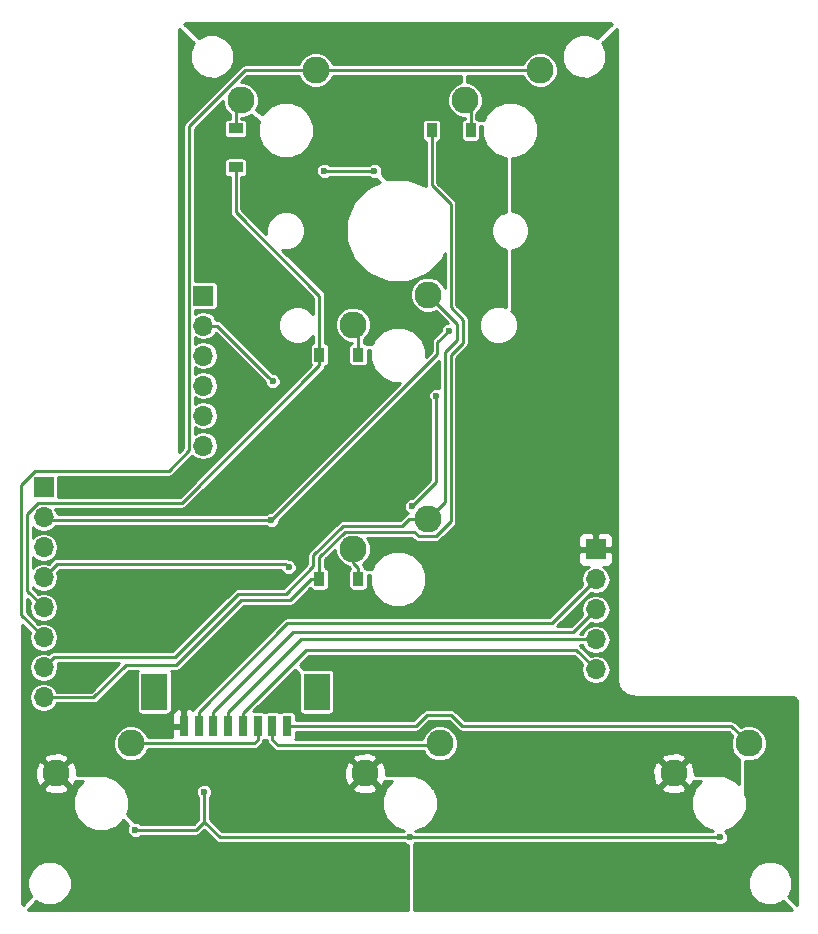
<source format=gbl>
G04 #@! TF.FileFunction,Copper,L2,Bot,Signal*
%FSLAX46Y46*%
G04 Gerber Fmt 4.6, Leading zero omitted, Abs format (unit mm)*
G04 Created by KiCad (PCBNEW 4.0.5) date Sun Feb 26 14:27:26 2017*
%MOMM*%
%LPD*%
G01*
G04 APERTURE LIST*
%ADD10C,0.100000*%
%ADD11R,0.800000X1.700000*%
%ADD12R,2.200000X3.100000*%
%ADD13R,1.200000X0.900000*%
%ADD14R,0.900000X1.200000*%
%ADD15R,1.700000X1.700000*%
%ADD16O,1.700000X1.700000*%
%ADD17C,2.286000*%
%ADD18C,1.270000*%
%ADD19C,0.600000*%
%ADD20C,0.250000*%
%ADD21C,0.254000*%
G04 APERTURE END LIST*
D10*
D11*
X119875000Y-93450000D03*
X121125000Y-93450000D03*
X122375000Y-93450000D03*
X123625000Y-93450000D03*
X124875000Y-93450000D03*
X126125000Y-93450000D03*
X127375000Y-93450000D03*
X128625000Y-93450000D03*
D12*
X117375000Y-90550000D03*
X131125000Y-90550000D03*
D13*
X124250000Y-46150000D03*
X124250000Y-42850000D03*
D14*
X140850000Y-43000000D03*
X144150000Y-43000000D03*
X131350000Y-62000000D03*
X134650000Y-62000000D03*
X131350000Y-81000000D03*
X134650000Y-81000000D03*
D15*
X108000000Y-73250000D03*
D16*
X108000000Y-75790000D03*
X108000000Y-78330000D03*
X108000000Y-80870000D03*
X108000000Y-83410000D03*
X108000000Y-85950000D03*
X108000000Y-88490000D03*
X108000000Y-91030000D03*
D15*
X121500000Y-57000000D03*
D16*
X121500000Y-59540000D03*
X121500000Y-62080000D03*
X121500000Y-64620000D03*
X121500000Y-67160000D03*
X121500000Y-69700000D03*
D15*
X154750000Y-78500000D03*
D16*
X154750000Y-81040000D03*
X154750000Y-83580000D03*
X154750000Y-86120000D03*
X154750000Y-88660000D03*
D17*
X140540000Y-56920000D03*
X134190000Y-59460000D03*
X150040000Y-37920000D03*
X143690000Y-40460000D03*
X131040000Y-37920000D03*
X124690000Y-40460000D03*
X141540000Y-94920000D03*
X135190000Y-97460000D03*
X167690000Y-94920000D03*
X161340000Y-97460000D03*
X115390000Y-94920000D03*
X109040000Y-97460000D03*
D18*
X144000000Y-63000000D03*
X136750000Y-78250000D03*
X118250000Y-99500000D03*
X142000000Y-78500000D03*
D17*
X140540000Y-75920000D03*
X134190000Y-78460000D03*
D19*
X142302600Y-60000000D03*
X127276200Y-76019600D03*
X128750000Y-80000000D03*
X141250000Y-65500000D03*
X136000000Y-46450000D03*
X131750000Y-46450000D03*
X139186800Y-74854800D03*
X127385300Y-64250000D03*
X121600000Y-99000000D03*
X139000000Y-102866100D03*
X165250000Y-102866100D03*
X115750000Y-102250000D03*
D20*
X124250000Y-40900000D02*
X124250000Y-42850000D01*
X124690000Y-40460000D02*
X124250000Y-40900000D01*
X144150000Y-40920000D02*
X144150000Y-43000000D01*
X143690000Y-40460000D02*
X144150000Y-40920000D01*
X134650000Y-59920000D02*
X134650000Y-62000000D01*
X134190000Y-59460000D02*
X134650000Y-59920000D01*
X134190000Y-79614700D02*
X134190000Y-78460000D01*
X134650000Y-80074700D02*
X134190000Y-79614700D01*
X134650000Y-81000000D02*
X134650000Y-80074700D01*
X131040000Y-37920000D02*
X125057358Y-37920000D01*
X125057358Y-37920000D02*
X120324600Y-42652758D01*
X120324600Y-42652758D02*
X120324600Y-70109900D01*
X120324600Y-70109900D02*
X118599100Y-71835400D01*
X106085400Y-84035400D02*
X108000000Y-85950000D01*
X118599100Y-71835400D02*
X107252100Y-71835400D01*
X107252100Y-71835400D02*
X106085400Y-73002100D01*
X106085400Y-73002100D02*
X106085400Y-84035400D01*
X150040000Y-37920000D02*
X131040000Y-37920000D01*
X108000000Y-88490000D02*
X108849999Y-87640001D01*
X108849999Y-87640001D02*
X119109999Y-87640001D01*
X119109999Y-87640001D02*
X124500000Y-82250000D01*
X124500000Y-82250000D02*
X128500000Y-82250000D01*
X133340947Y-76500000D02*
X138343554Y-76500000D01*
X128500000Y-82250000D02*
X130840947Y-79909053D01*
X130840947Y-79909053D02*
X130840947Y-79000000D01*
X130840947Y-79000000D02*
X133340947Y-76500000D01*
X138343554Y-76500000D02*
X138923554Y-75920000D01*
X138923554Y-75920000D02*
X140540000Y-75920000D01*
X143000000Y-60750000D02*
X143000000Y-59380000D01*
X143000000Y-59380000D02*
X140540000Y-56920000D01*
X142000000Y-61750000D02*
X143000000Y-60750000D01*
X141987900Y-61750000D02*
X141987900Y-74472100D01*
X141987900Y-61750000D02*
X142000000Y-61750000D01*
X141987900Y-74472100D02*
X140540000Y-75920000D01*
X125830300Y-94920000D02*
X126125000Y-94625300D01*
X115390000Y-94920000D02*
X125830300Y-94920000D01*
X126125000Y-93450000D02*
X126125000Y-94625300D01*
X127828400Y-95078700D02*
X127375000Y-94625300D01*
X141381300Y-95078700D02*
X127828400Y-95078700D01*
X141540000Y-94920000D02*
X141381300Y-95078700D01*
X127375000Y-93450000D02*
X127375000Y-94625300D01*
X167690000Y-94920000D02*
X166220000Y-93450000D01*
X140450000Y-92500000D02*
X139500000Y-93450000D01*
X166220000Y-93450000D02*
X143450000Y-93450000D01*
X143450000Y-93450000D02*
X142500000Y-92500000D01*
X142500000Y-92500000D02*
X140450000Y-92500000D01*
X139500000Y-93450000D02*
X130525600Y-93450000D01*
X130525600Y-93450000D02*
X128625000Y-93450000D01*
X128649700Y-84750000D02*
X121125000Y-92274700D01*
X128649700Y-84750000D02*
X151040000Y-84750000D01*
X151040000Y-84750000D02*
X154750000Y-81040000D01*
X121125000Y-93450000D02*
X121125000Y-92274700D01*
X122375000Y-93450000D02*
X122375000Y-92274700D01*
X122375000Y-92274700D02*
X129149700Y-85500000D01*
X129149700Y-85500000D02*
X152830000Y-85500000D01*
X152830000Y-85500000D02*
X154750000Y-83580000D01*
X129779700Y-86120000D02*
X123625000Y-92274700D01*
X154750000Y-86120000D02*
X129779700Y-86120000D01*
X123625000Y-93450000D02*
X123625000Y-92274700D01*
X130225000Y-87000000D02*
X153090000Y-87000000D01*
X153090000Y-87000000D02*
X154750000Y-88660000D01*
X124875000Y-93450000D02*
X124875000Y-92350000D01*
X124875000Y-92350000D02*
X130225000Y-87000000D01*
X127276200Y-76019600D02*
X108229600Y-76019600D01*
X108229600Y-76019600D02*
X108000000Y-75790000D01*
X141351000Y-61944800D02*
X141351000Y-60951600D01*
X141351000Y-60951600D02*
X142302600Y-60000000D01*
X127276200Y-76019600D02*
X141351000Y-61944800D01*
X128750000Y-80000000D02*
X128450001Y-79700001D01*
X128450001Y-79700001D02*
X109169999Y-79700001D01*
X109169999Y-79700001D02*
X108000000Y-80870000D01*
X141219500Y-67250000D02*
X141219500Y-72822100D01*
X141219500Y-66006500D02*
X141219500Y-67250000D01*
X141219500Y-67250000D02*
X141219500Y-65530500D01*
X141219500Y-65530500D02*
X141250000Y-65500000D01*
X131750000Y-46450000D02*
X136000000Y-46450000D01*
X141219500Y-72822100D02*
X139186800Y-74854800D01*
X122675300Y-59540000D02*
X127000000Y-63864700D01*
X127000000Y-63864700D02*
X127385300Y-64250000D01*
X121500000Y-59540000D02*
X122675300Y-59540000D01*
X121600000Y-101563600D02*
X120913600Y-102250000D01*
X120913600Y-102250000D02*
X115750000Y-102250000D01*
X121600000Y-101563600D02*
X121600000Y-99000000D01*
X139000000Y-102866100D02*
X165250000Y-102866100D01*
X122902500Y-102866100D02*
X121600000Y-101563600D01*
X139000000Y-102866100D02*
X122902500Y-102866100D01*
X108000000Y-83410000D02*
X106574700Y-81984700D01*
X106574700Y-81984700D02*
X106574700Y-75476298D01*
X106574700Y-75476298D02*
X107500000Y-74550998D01*
X107500000Y-74550998D02*
X119724302Y-74550998D01*
X131350000Y-62925300D02*
X131350000Y-62000000D01*
X119724302Y-74550998D02*
X131350000Y-62925300D01*
X124250000Y-46150000D02*
X124250000Y-49900000D01*
X124250000Y-49900000D02*
X131350000Y-57000000D01*
X131350000Y-57000000D02*
X131350000Y-57786100D01*
X131350000Y-57786100D02*
X131350000Y-62000000D01*
X115000000Y-88250000D02*
X112220000Y-91030000D01*
X112220000Y-91030000D02*
X108000000Y-91030000D01*
X119250000Y-88250000D02*
X115000000Y-88250000D01*
X124750000Y-82750000D02*
X119250000Y-88250000D01*
X143500000Y-61000000D02*
X143500000Y-59045000D01*
X143500000Y-59045000D02*
X142455000Y-58000000D01*
X142455000Y-58000000D02*
X142455000Y-49250000D01*
X142455000Y-49250000D02*
X140850000Y-47645000D01*
X140850000Y-47645000D02*
X140850000Y-43000000D01*
X142455000Y-76124400D02*
X142455000Y-62750000D01*
X142455000Y-62750000D02*
X142455000Y-62045000D01*
X142455000Y-62045000D02*
X143500000Y-61000000D01*
X142500000Y-62000000D02*
X143500000Y-61000000D01*
X131350000Y-81000000D02*
X130650000Y-81000000D01*
X130650000Y-81000000D02*
X128900000Y-82750000D01*
X128900000Y-82750000D02*
X124750000Y-82750000D01*
X131350000Y-81000000D02*
X131350000Y-79127358D01*
X141191399Y-77388001D02*
X142455000Y-76124400D01*
X131350000Y-79127358D02*
X133485359Y-76991999D01*
X139353998Y-76991999D02*
X139750000Y-77388001D01*
X133485359Y-76991999D02*
X139353998Y-76991999D01*
X139750000Y-77388001D02*
X141191399Y-77388001D01*
D21*
G36*
X156091365Y-33979029D02*
X154862625Y-35207769D01*
X154814624Y-35159684D01*
X154124996Y-34873326D01*
X153378280Y-34872675D01*
X152688154Y-35157829D01*
X152159684Y-35685376D01*
X151873326Y-36375004D01*
X151872675Y-37121720D01*
X152157829Y-37811846D01*
X152685376Y-38340316D01*
X153375004Y-38626674D01*
X154121720Y-38627325D01*
X154811846Y-38342171D01*
X155340316Y-37814624D01*
X155626674Y-37124996D01*
X155627325Y-36378280D01*
X155342171Y-35688154D01*
X155291856Y-35637750D01*
X156520971Y-34408635D01*
X156548000Y-34544517D01*
X156548000Y-89500000D01*
X156556685Y-89543663D01*
X156556685Y-89588180D01*
X156632805Y-89970863D01*
X156632805Y-89970864D01*
X156660760Y-90038354D01*
X156700295Y-90133800D01*
X156700296Y-90133801D01*
X156917068Y-90458224D01*
X157041775Y-90582931D01*
X157366196Y-90799702D01*
X157366199Y-90799705D01*
X157458395Y-90837893D01*
X157529136Y-90867195D01*
X157529137Y-90867195D01*
X157911819Y-90943315D01*
X157956337Y-90943315D01*
X158000000Y-90952000D01*
X171205483Y-90952000D01*
X171456322Y-91001895D01*
X171631233Y-91118767D01*
X171748105Y-91293679D01*
X171798000Y-91544517D01*
X171798000Y-108455483D01*
X171770971Y-108591365D01*
X171042231Y-107862625D01*
X171090316Y-107814624D01*
X171376674Y-107124996D01*
X171377325Y-106378280D01*
X171092171Y-105688154D01*
X170564624Y-105159684D01*
X169874996Y-104873326D01*
X169128280Y-104872675D01*
X168438154Y-105157829D01*
X167909684Y-105685376D01*
X167623326Y-106375004D01*
X167622675Y-107121720D01*
X167907829Y-107811846D01*
X168435376Y-108340316D01*
X169125004Y-108626674D01*
X169871720Y-108627325D01*
X170561846Y-108342171D01*
X170612250Y-108291856D01*
X171341365Y-109020971D01*
X171205483Y-109048000D01*
X139377000Y-109048000D01*
X139377000Y-103442842D01*
X139382989Y-103440367D01*
X139455382Y-103368100D01*
X164794537Y-103368100D01*
X164866010Y-103439698D01*
X165114746Y-103542982D01*
X165384073Y-103543217D01*
X165632989Y-103440367D01*
X165823598Y-103250090D01*
X165926882Y-103001354D01*
X165927117Y-102732027D01*
X165824267Y-102483111D01*
X165685466Y-102344068D01*
X166491253Y-102011123D01*
X167158779Y-101344761D01*
X167520488Y-100473670D01*
X167521311Y-99530468D01*
X167377000Y-99181209D01*
X167377000Y-96435863D01*
X167386327Y-96439736D01*
X167991020Y-96440264D01*
X168549886Y-96209345D01*
X168977842Y-95782135D01*
X169209736Y-95223673D01*
X169210264Y-94618980D01*
X168979345Y-94060114D01*
X168552135Y-93632158D01*
X167993673Y-93400264D01*
X167388980Y-93399736D01*
X167028585Y-93548649D01*
X166574968Y-93095032D01*
X166412107Y-92986212D01*
X166220000Y-92947999D01*
X166219995Y-92948000D01*
X143657936Y-92948000D01*
X142854968Y-92145032D01*
X142692107Y-92036212D01*
X142500000Y-91997999D01*
X142499995Y-91998000D01*
X140450005Y-91998000D01*
X140450000Y-91997999D01*
X140257893Y-92036212D01*
X140095032Y-92145032D01*
X139292064Y-92948000D01*
X129409385Y-92948000D01*
X129409385Y-92600000D01*
X129383097Y-92460292D01*
X129300530Y-92331980D01*
X129174547Y-92245899D01*
X129025000Y-92215615D01*
X128225000Y-92215615D01*
X128085292Y-92241903D01*
X127999497Y-92297111D01*
X127924547Y-92245899D01*
X127775000Y-92215615D01*
X126975000Y-92215615D01*
X126835292Y-92241903D01*
X126749497Y-92297111D01*
X126674547Y-92245899D01*
X126525000Y-92215615D01*
X125725000Y-92215615D01*
X125718005Y-92216931D01*
X129252665Y-88682271D01*
X129640615Y-89070221D01*
X129640615Y-92100000D01*
X129666903Y-92239708D01*
X129749470Y-92368020D01*
X129875453Y-92454101D01*
X130025000Y-92484385D01*
X132225000Y-92484385D01*
X132364708Y-92458097D01*
X132493020Y-92375530D01*
X132579101Y-92249547D01*
X132609385Y-92100000D01*
X132609385Y-89000000D01*
X132583097Y-88860292D01*
X132500530Y-88731980D01*
X132374547Y-88645899D01*
X132225000Y-88615615D01*
X130045221Y-88615615D01*
X129682271Y-88252665D01*
X130432935Y-87502000D01*
X152882064Y-87502000D01*
X153588737Y-88208672D01*
X153498962Y-88660000D01*
X153592362Y-89129553D01*
X153858342Y-89527620D01*
X154256409Y-89793600D01*
X154725962Y-89887000D01*
X154774038Y-89887000D01*
X155243591Y-89793600D01*
X155641658Y-89527620D01*
X155907638Y-89129553D01*
X156001038Y-88660000D01*
X155907638Y-88190447D01*
X155641658Y-87792380D01*
X155243591Y-87526400D01*
X154774038Y-87433000D01*
X154725962Y-87433000D01*
X154314734Y-87514798D01*
X153444968Y-86645032D01*
X153410498Y-86622000D01*
X153614042Y-86622000D01*
X153858342Y-86987620D01*
X154256409Y-87253600D01*
X154725962Y-87347000D01*
X154774038Y-87347000D01*
X155243591Y-87253600D01*
X155641658Y-86987620D01*
X155907638Y-86589553D01*
X156001038Y-86120000D01*
X155907638Y-85650447D01*
X155641658Y-85252380D01*
X155243591Y-84986400D01*
X154774038Y-84893000D01*
X154725962Y-84893000D01*
X154256409Y-84986400D01*
X153858342Y-85252380D01*
X153614042Y-85618000D01*
X153421936Y-85618000D01*
X154314734Y-84725202D01*
X154725962Y-84807000D01*
X154774038Y-84807000D01*
X155243591Y-84713600D01*
X155641658Y-84447620D01*
X155907638Y-84049553D01*
X156001038Y-83580000D01*
X155907638Y-83110447D01*
X155641658Y-82712380D01*
X155243591Y-82446400D01*
X154774038Y-82353000D01*
X154725962Y-82353000D01*
X154256409Y-82446400D01*
X153858342Y-82712380D01*
X153592362Y-83110447D01*
X153498962Y-83580000D01*
X153588737Y-84031327D01*
X152622064Y-84998000D01*
X151501936Y-84998000D01*
X154314734Y-82185202D01*
X154725962Y-82267000D01*
X154774038Y-82267000D01*
X155243591Y-82173600D01*
X155641658Y-81907620D01*
X155907638Y-81509553D01*
X156001038Y-81040000D01*
X155907638Y-80570447D01*
X155641658Y-80172380D01*
X155361224Y-79985000D01*
X155726309Y-79985000D01*
X155959698Y-79888327D01*
X156138327Y-79709699D01*
X156235000Y-79476310D01*
X156235000Y-78785750D01*
X156076250Y-78627000D01*
X154877000Y-78627000D01*
X154877000Y-78647000D01*
X154623000Y-78647000D01*
X154623000Y-78627000D01*
X153423750Y-78627000D01*
X153265000Y-78785750D01*
X153265000Y-79476310D01*
X153361673Y-79709699D01*
X153540302Y-79888327D01*
X153773691Y-79985000D01*
X154138776Y-79985000D01*
X153858342Y-80172380D01*
X153592362Y-80570447D01*
X153498962Y-81040000D01*
X153588737Y-81491328D01*
X150832064Y-84248000D01*
X128649705Y-84248000D01*
X128649700Y-84247999D01*
X128457593Y-84286212D01*
X128294732Y-84395032D01*
X128294730Y-84395035D01*
X120770032Y-91919732D01*
X120661212Y-92082593D01*
X120660284Y-92087259D01*
X120634698Y-92061673D01*
X120401309Y-91965000D01*
X120160750Y-91965000D01*
X120002000Y-92123750D01*
X120002000Y-93323000D01*
X120022000Y-93323000D01*
X120022000Y-93577000D01*
X120002000Y-93577000D01*
X120002000Y-93597000D01*
X119748000Y-93597000D01*
X119748000Y-93577000D01*
X118998750Y-93577000D01*
X118840000Y-93735750D01*
X118840000Y-94418000D01*
X116827221Y-94418000D01*
X116679345Y-94060114D01*
X116252135Y-93632158D01*
X115693673Y-93400264D01*
X115088980Y-93399736D01*
X114530114Y-93630655D01*
X114102158Y-94057865D01*
X113870264Y-94616327D01*
X113869736Y-95221020D01*
X114100655Y-95779886D01*
X114527865Y-96207842D01*
X115086327Y-96439736D01*
X115691020Y-96440264D01*
X116249886Y-96209345D01*
X116255203Y-96204037D01*
X134113642Y-96204037D01*
X135190000Y-97280395D01*
X136266358Y-96204037D01*
X136150194Y-95922342D01*
X135488667Y-95671938D01*
X134781671Y-95693751D01*
X134229806Y-95922342D01*
X134113642Y-96204037D01*
X116255203Y-96204037D01*
X116677842Y-95782135D01*
X116827383Y-95422000D01*
X125830295Y-95422000D01*
X125830300Y-95422001D01*
X126022407Y-95383788D01*
X126185268Y-95274968D01*
X126479965Y-94980270D01*
X126479968Y-94980268D01*
X126588788Y-94817407D01*
X126596975Y-94776250D01*
X126618757Y-94666743D01*
X126664708Y-94658097D01*
X126750503Y-94602889D01*
X126825453Y-94654101D01*
X126880964Y-94665342D01*
X126911212Y-94817407D01*
X127020032Y-94980268D01*
X127473430Y-95433665D01*
X127473432Y-95433668D01*
X127636293Y-95542488D01*
X127828400Y-95580700D01*
X140168353Y-95580700D01*
X140250655Y-95779886D01*
X140677865Y-96207842D01*
X141236327Y-96439736D01*
X141841020Y-96440264D01*
X142399886Y-96209345D01*
X142405203Y-96204037D01*
X160263642Y-96204037D01*
X161340000Y-97280395D01*
X162416358Y-96204037D01*
X162300194Y-95922342D01*
X161638667Y-95671938D01*
X160931671Y-95693751D01*
X160379806Y-95922342D01*
X160263642Y-96204037D01*
X142405203Y-96204037D01*
X142827842Y-95782135D01*
X143059736Y-95223673D01*
X143060264Y-94618980D01*
X142829345Y-94060114D01*
X142402135Y-93632158D01*
X141843673Y-93400264D01*
X141238980Y-93399736D01*
X140680114Y-93630655D01*
X140252158Y-94057865D01*
X140036719Y-94576700D01*
X129291202Y-94576700D01*
X129293020Y-94575530D01*
X129379101Y-94449547D01*
X129409385Y-94300000D01*
X129409385Y-93952000D01*
X139499995Y-93952000D01*
X139500000Y-93952001D01*
X139692107Y-93913788D01*
X139854968Y-93804968D01*
X140657936Y-93002000D01*
X142292064Y-93002000D01*
X143095032Y-93804968D01*
X143257893Y-93913788D01*
X143450000Y-93952001D01*
X143450005Y-93952000D01*
X166012064Y-93952000D01*
X166318764Y-94258700D01*
X166170264Y-94616327D01*
X166169736Y-95221020D01*
X166400655Y-95779886D01*
X166827865Y-96207842D01*
X166877374Y-96228400D01*
X166873000Y-96250000D01*
X166873000Y-98370121D01*
X166494761Y-97991221D01*
X165623670Y-97629512D01*
X164778515Y-97628775D01*
X164750000Y-97623000D01*
X163123876Y-97623000D01*
X163106249Y-97051671D01*
X162877658Y-96499806D01*
X162595963Y-96383642D01*
X161519605Y-97460000D01*
X162595963Y-98536358D01*
X162877658Y-98420194D01*
X162988639Y-98127000D01*
X163670383Y-98127000D01*
X163141221Y-98655239D01*
X162779512Y-99526330D01*
X162778689Y-100469532D01*
X163138877Y-101341253D01*
X163805239Y-102008779D01*
X164660946Y-102364100D01*
X139486984Y-102364100D01*
X140341253Y-102011123D01*
X141008779Y-101344761D01*
X141370488Y-100473670D01*
X141371311Y-99530468D01*
X141034765Y-98715963D01*
X160263642Y-98715963D01*
X160379806Y-98997658D01*
X161041333Y-99248062D01*
X161748329Y-99226249D01*
X162300194Y-98997658D01*
X162416358Y-98715963D01*
X161340000Y-97639605D01*
X160263642Y-98715963D01*
X141034765Y-98715963D01*
X141011123Y-98658747D01*
X140344761Y-97991221D01*
X139473670Y-97629512D01*
X138779164Y-97628906D01*
X138750000Y-97623000D01*
X136973876Y-97623000D01*
X136959633Y-97161333D01*
X159551938Y-97161333D01*
X159573751Y-97868329D01*
X159802342Y-98420194D01*
X160084037Y-98536358D01*
X161160395Y-97460000D01*
X160084037Y-96383642D01*
X159802342Y-96499806D01*
X159551938Y-97161333D01*
X136959633Y-97161333D01*
X136956249Y-97051671D01*
X136727658Y-96499806D01*
X136445963Y-96383642D01*
X135369605Y-97460000D01*
X136445963Y-98536358D01*
X136727658Y-98420194D01*
X136838639Y-98127000D01*
X137520383Y-98127000D01*
X136991221Y-98655239D01*
X136629512Y-99526330D01*
X136628689Y-100469532D01*
X136988877Y-101341253D01*
X137655239Y-102008779D01*
X138510946Y-102364100D01*
X123110435Y-102364100D01*
X122102000Y-101355664D01*
X122102000Y-99455463D01*
X122173598Y-99383990D01*
X122276882Y-99135254D01*
X122277117Y-98865927D01*
X122215154Y-98715963D01*
X134113642Y-98715963D01*
X134229806Y-98997658D01*
X134891333Y-99248062D01*
X135598329Y-99226249D01*
X136150194Y-98997658D01*
X136266358Y-98715963D01*
X135190000Y-97639605D01*
X134113642Y-98715963D01*
X122215154Y-98715963D01*
X122174267Y-98617011D01*
X121983990Y-98426402D01*
X121735254Y-98323118D01*
X121465927Y-98322883D01*
X121217011Y-98425733D01*
X121026402Y-98616010D01*
X120923118Y-98864746D01*
X120922883Y-99134073D01*
X121025733Y-99382989D01*
X121098000Y-99455382D01*
X121098000Y-101355665D01*
X120705664Y-101748000D01*
X116205463Y-101748000D01*
X116133990Y-101676402D01*
X115885254Y-101573118D01*
X115752608Y-101573002D01*
X115089803Y-100910197D01*
X115051022Y-100883700D01*
X115050294Y-100883542D01*
X115220488Y-100473670D01*
X115221311Y-99530468D01*
X114861123Y-98658747D01*
X114194761Y-97991221D01*
X113323670Y-97629512D01*
X112528731Y-97628818D01*
X112500000Y-97623000D01*
X110823876Y-97623000D01*
X110809633Y-97161333D01*
X133401938Y-97161333D01*
X133423751Y-97868329D01*
X133652342Y-98420194D01*
X133934037Y-98536358D01*
X135010395Y-97460000D01*
X133934037Y-96383642D01*
X133652342Y-96499806D01*
X133401938Y-97161333D01*
X110809633Y-97161333D01*
X110806249Y-97051671D01*
X110577658Y-96499806D01*
X110295963Y-96383642D01*
X109219605Y-97460000D01*
X110295963Y-98536358D01*
X110577658Y-98420194D01*
X110688639Y-98127000D01*
X111370383Y-98127000D01*
X110841221Y-98655239D01*
X110479512Y-99526330D01*
X110478689Y-100469532D01*
X110838877Y-101341253D01*
X111505239Y-102008779D01*
X112376330Y-102370488D01*
X113319532Y-102371311D01*
X114191253Y-102011123D01*
X114761883Y-101441489D01*
X115181407Y-101861013D01*
X115176402Y-101866010D01*
X115073118Y-102114746D01*
X115072883Y-102384073D01*
X115175733Y-102632989D01*
X115366010Y-102823598D01*
X115614746Y-102926882D01*
X115884073Y-102927117D01*
X116132989Y-102824267D01*
X116205382Y-102752000D01*
X120913595Y-102752000D01*
X120913600Y-102752001D01*
X121105707Y-102713788D01*
X121268568Y-102604968D01*
X121600000Y-102273536D01*
X122547530Y-103221065D01*
X122547532Y-103221068D01*
X122590967Y-103250090D01*
X122710392Y-103329888D01*
X122902500Y-103368100D01*
X138544537Y-103368100D01*
X138616010Y-103439698D01*
X138864746Y-103542982D01*
X138873000Y-103542989D01*
X138873000Y-109048000D01*
X106794517Y-109048000D01*
X106658635Y-109020971D01*
X107387375Y-108292231D01*
X107435376Y-108340316D01*
X108125004Y-108626674D01*
X108871720Y-108627325D01*
X109561846Y-108342171D01*
X110090316Y-107814624D01*
X110376674Y-107124996D01*
X110377325Y-106378280D01*
X110092171Y-105688154D01*
X109564624Y-105159684D01*
X108874996Y-104873326D01*
X108128280Y-104872675D01*
X107438154Y-105157829D01*
X106909684Y-105685376D01*
X106623326Y-106375004D01*
X106622675Y-107121720D01*
X106907829Y-107811846D01*
X106958144Y-107862250D01*
X106229029Y-108591365D01*
X106202000Y-108455483D01*
X106202000Y-98715963D01*
X107963642Y-98715963D01*
X108079806Y-98997658D01*
X108741333Y-99248062D01*
X109448329Y-99226249D01*
X110000194Y-98997658D01*
X110116358Y-98715963D01*
X109040000Y-97639605D01*
X107963642Y-98715963D01*
X106202000Y-98715963D01*
X106202000Y-97161333D01*
X107251938Y-97161333D01*
X107273751Y-97868329D01*
X107502342Y-98420194D01*
X107784037Y-98536358D01*
X108860395Y-97460000D01*
X107784037Y-96383642D01*
X107502342Y-96499806D01*
X107251938Y-97161333D01*
X106202000Y-97161333D01*
X106202000Y-96204037D01*
X107963642Y-96204037D01*
X109040000Y-97280395D01*
X110116358Y-96204037D01*
X110000194Y-95922342D01*
X109338667Y-95671938D01*
X108631671Y-95693751D01*
X108079806Y-95922342D01*
X107963642Y-96204037D01*
X106202000Y-96204037D01*
X106202000Y-84861936D01*
X106838737Y-85498672D01*
X106748962Y-85950000D01*
X106842362Y-86419553D01*
X107108342Y-86817620D01*
X107506409Y-87083600D01*
X107975962Y-87177000D01*
X108024038Y-87177000D01*
X108493591Y-87083600D01*
X108891658Y-86817620D01*
X109157638Y-86419553D01*
X109251038Y-85950000D01*
X109157638Y-85480447D01*
X108891658Y-85082380D01*
X108493591Y-84816400D01*
X108024038Y-84723000D01*
X107975962Y-84723000D01*
X107564734Y-84804798D01*
X106587400Y-83827464D01*
X106587400Y-82707336D01*
X106838737Y-82958672D01*
X106748962Y-83410000D01*
X106842362Y-83879553D01*
X107108342Y-84277620D01*
X107506409Y-84543600D01*
X107975962Y-84637000D01*
X108024038Y-84637000D01*
X108493591Y-84543600D01*
X108891658Y-84277620D01*
X109157638Y-83879553D01*
X109251038Y-83410000D01*
X109157638Y-82940447D01*
X108891658Y-82542380D01*
X108493591Y-82276400D01*
X108024038Y-82183000D01*
X107975962Y-82183000D01*
X107564734Y-82264798D01*
X107076700Y-81776764D01*
X107076700Y-81690264D01*
X107108342Y-81737620D01*
X107506409Y-82003600D01*
X107975962Y-82097000D01*
X108024038Y-82097000D01*
X108493591Y-82003600D01*
X108891658Y-81737620D01*
X109157638Y-81339553D01*
X109251038Y-80870000D01*
X109161263Y-80418672D01*
X109377934Y-80202001D01*
X128100950Y-80202001D01*
X128175733Y-80382989D01*
X128366010Y-80573598D01*
X128614746Y-80676882D01*
X128884073Y-80677117D01*
X129132989Y-80574267D01*
X129323598Y-80383990D01*
X129426882Y-80135254D01*
X129427117Y-79865927D01*
X129324267Y-79617011D01*
X129133990Y-79426402D01*
X128885254Y-79323118D01*
X128772023Y-79323019D01*
X128642108Y-79236213D01*
X128450001Y-79198000D01*
X128449996Y-79198001D01*
X109169999Y-79198001D01*
X108977892Y-79236213D01*
X108815031Y-79345033D01*
X108815029Y-79345036D01*
X108435266Y-79724798D01*
X108024038Y-79643000D01*
X107975962Y-79643000D01*
X107506409Y-79736400D01*
X107108342Y-80002380D01*
X107076700Y-80049736D01*
X107076700Y-79150264D01*
X107108342Y-79197620D01*
X107506409Y-79463600D01*
X107975962Y-79557000D01*
X108024038Y-79557000D01*
X108493591Y-79463600D01*
X108891658Y-79197620D01*
X109157638Y-78799553D01*
X109251038Y-78330000D01*
X109157638Y-77860447D01*
X108891658Y-77462380D01*
X108493591Y-77196400D01*
X108024038Y-77103000D01*
X107975962Y-77103000D01*
X107506409Y-77196400D01*
X107108342Y-77462380D01*
X107076700Y-77509736D01*
X107076700Y-76610264D01*
X107108342Y-76657620D01*
X107506409Y-76923600D01*
X107975962Y-77017000D01*
X108024038Y-77017000D01*
X108493591Y-76923600D01*
X108891658Y-76657620D01*
X108982544Y-76521600D01*
X126820737Y-76521600D01*
X126892210Y-76593198D01*
X127140946Y-76696482D01*
X127410273Y-76696717D01*
X127659189Y-76593867D01*
X127849798Y-76403590D01*
X127953082Y-76154854D01*
X127953171Y-76052565D01*
X141485900Y-62519836D01*
X141485900Y-64864910D01*
X141385254Y-64823118D01*
X141115927Y-64822883D01*
X140867011Y-64925733D01*
X140676402Y-65116010D01*
X140573118Y-65364746D01*
X140572883Y-65634073D01*
X140675733Y-65882989D01*
X140717500Y-65924829D01*
X140717500Y-72614164D01*
X139153893Y-74177771D01*
X139052727Y-74177683D01*
X138803811Y-74280533D01*
X138613202Y-74470810D01*
X138509918Y-74719546D01*
X138509683Y-74988873D01*
X138612533Y-75237789D01*
X138802810Y-75428398D01*
X138824985Y-75437606D01*
X138731447Y-75456212D01*
X138568586Y-75565032D01*
X138135618Y-75998000D01*
X133340952Y-75998000D01*
X133340947Y-75997999D01*
X133148840Y-76036212D01*
X132985979Y-76145032D01*
X130485979Y-78645032D01*
X130377159Y-78807893D01*
X130338946Y-79000000D01*
X130338947Y-79000005D01*
X130338947Y-79701117D01*
X128292064Y-81748000D01*
X124500005Y-81748000D01*
X124500000Y-81747999D01*
X124307893Y-81786212D01*
X124145032Y-81895032D01*
X124145030Y-81895035D01*
X118902063Y-87138001D01*
X108849999Y-87138001D01*
X108657891Y-87176213D01*
X108495031Y-87285033D01*
X108435266Y-87344798D01*
X108024038Y-87263000D01*
X107975962Y-87263000D01*
X107506409Y-87356400D01*
X107108342Y-87622380D01*
X106842362Y-88020447D01*
X106748962Y-88490000D01*
X106842362Y-88959553D01*
X107108342Y-89357620D01*
X107506409Y-89623600D01*
X107975962Y-89717000D01*
X108024038Y-89717000D01*
X108493591Y-89623600D01*
X108891658Y-89357620D01*
X109157638Y-88959553D01*
X109251038Y-88490000D01*
X109181817Y-88142001D01*
X114398064Y-88142001D01*
X112012064Y-90528000D01*
X109135958Y-90528000D01*
X108891658Y-90162380D01*
X108493591Y-89896400D01*
X108024038Y-89803000D01*
X107975962Y-89803000D01*
X107506409Y-89896400D01*
X107108342Y-90162380D01*
X106842362Y-90560447D01*
X106748962Y-91030000D01*
X106842362Y-91499553D01*
X107108342Y-91897620D01*
X107506409Y-92163600D01*
X107975962Y-92257000D01*
X108024038Y-92257000D01*
X108493591Y-92163600D01*
X108891658Y-91897620D01*
X109135958Y-91532000D01*
X112219995Y-91532000D01*
X112220000Y-91532001D01*
X112412107Y-91493788D01*
X112574968Y-91384968D01*
X115207935Y-88752000D01*
X115988169Y-88752000D01*
X115920899Y-88850453D01*
X115890615Y-89000000D01*
X115890615Y-92100000D01*
X115916903Y-92239708D01*
X115999470Y-92368020D01*
X116125453Y-92454101D01*
X116275000Y-92484385D01*
X118475000Y-92484385D01*
X118531838Y-92473690D01*
X118840000Y-92473690D01*
X118840000Y-93164250D01*
X118998750Y-93323000D01*
X119748000Y-93323000D01*
X119748000Y-92123750D01*
X119589250Y-91965000D01*
X119348691Y-91965000D01*
X119115302Y-92061673D01*
X118936673Y-92240301D01*
X118840000Y-92473690D01*
X118531838Y-92473690D01*
X118614708Y-92458097D01*
X118743020Y-92375530D01*
X118829101Y-92249547D01*
X118859385Y-92100000D01*
X118859385Y-89000000D01*
X118833097Y-88860292D01*
X118763413Y-88752000D01*
X119249995Y-88752000D01*
X119250000Y-88752001D01*
X119442107Y-88713788D01*
X119604968Y-88604968D01*
X124957935Y-83252000D01*
X128899995Y-83252000D01*
X128900000Y-83252001D01*
X129092107Y-83213788D01*
X129254968Y-83104968D01*
X130572570Y-81787365D01*
X130624470Y-81868020D01*
X130750453Y-81954101D01*
X130900000Y-81984385D01*
X131800000Y-81984385D01*
X131939708Y-81958097D01*
X132068020Y-81875530D01*
X132154101Y-81749547D01*
X132184385Y-81600000D01*
X132184385Y-80400000D01*
X132158097Y-80260292D01*
X132075530Y-80131980D01*
X131949547Y-80045899D01*
X131852000Y-80026145D01*
X131852000Y-79335294D01*
X132669949Y-78517345D01*
X132669736Y-78761020D01*
X132900655Y-79319886D01*
X133327865Y-79747842D01*
X133824646Y-79954124D01*
X133835032Y-79969668D01*
X133967182Y-80101818D01*
X133931980Y-80124470D01*
X133845899Y-80250453D01*
X133815615Y-80400000D01*
X133815615Y-81600000D01*
X133841903Y-81739708D01*
X133924470Y-81868020D01*
X134050453Y-81954101D01*
X134200000Y-81984385D01*
X135100000Y-81984385D01*
X135239708Y-81958097D01*
X135368020Y-81875530D01*
X135454101Y-81749547D01*
X135484385Y-81600000D01*
X135484385Y-80627000D01*
X135629424Y-80627000D01*
X135628689Y-81469532D01*
X135988877Y-82341253D01*
X136655239Y-83008779D01*
X137526330Y-83370488D01*
X138469532Y-83371311D01*
X139341253Y-83011123D01*
X140008779Y-82344761D01*
X140370488Y-81473670D01*
X140371311Y-80530468D01*
X140011123Y-79658747D01*
X139344761Y-78991221D01*
X138473670Y-78629512D01*
X137530468Y-78628689D01*
X136658747Y-78988877D01*
X135991221Y-79655239D01*
X135796989Y-80123000D01*
X135362387Y-80123000D01*
X135249547Y-80045899D01*
X135141937Y-80024107D01*
X135137615Y-80002380D01*
X135113788Y-79882592D01*
X135063875Y-79807893D01*
X135030192Y-79757482D01*
X135049886Y-79749345D01*
X135477842Y-79322135D01*
X135709736Y-78763673D01*
X135710264Y-78158980D01*
X135479345Y-77600114D01*
X135373415Y-77493999D01*
X139146062Y-77493999D01*
X139395030Y-77742966D01*
X139395032Y-77742969D01*
X139492660Y-77808201D01*
X139557892Y-77851789D01*
X139750000Y-77890001D01*
X141191394Y-77890001D01*
X141191399Y-77890002D01*
X141383506Y-77851789D01*
X141546367Y-77742969D01*
X141765645Y-77523690D01*
X153265000Y-77523690D01*
X153265000Y-78214250D01*
X153423750Y-78373000D01*
X154623000Y-78373000D01*
X154623000Y-77173750D01*
X154877000Y-77173750D01*
X154877000Y-78373000D01*
X156076250Y-78373000D01*
X156235000Y-78214250D01*
X156235000Y-77523690D01*
X156138327Y-77290301D01*
X155959698Y-77111673D01*
X155726309Y-77015000D01*
X155035750Y-77015000D01*
X154877000Y-77173750D01*
X154623000Y-77173750D01*
X154464250Y-77015000D01*
X153773691Y-77015000D01*
X153540302Y-77111673D01*
X153361673Y-77290301D01*
X153265000Y-77523690D01*
X141765645Y-77523690D01*
X142809965Y-76479370D01*
X142809968Y-76479368D01*
X142918788Y-76316507D01*
X142937254Y-76223673D01*
X142957001Y-76124400D01*
X142957000Y-76124395D01*
X142957000Y-62252936D01*
X143854965Y-61354970D01*
X143854968Y-61354968D01*
X143926442Y-61248000D01*
X143963788Y-61192108D01*
X143975807Y-61131685D01*
X144002001Y-61000000D01*
X144002000Y-60999995D01*
X144002000Y-59045000D01*
X143963788Y-58852893D01*
X143963788Y-58852892D01*
X143920200Y-58787660D01*
X143854968Y-58690032D01*
X143854965Y-58690030D01*
X142957000Y-57792064D01*
X142957000Y-49250005D01*
X142957001Y-49250000D01*
X142918788Y-49057893D01*
X142891726Y-49017392D01*
X142809968Y-48895032D01*
X142809965Y-48895030D01*
X141352000Y-47437064D01*
X141352000Y-43974600D01*
X141439708Y-43958097D01*
X141568020Y-43875530D01*
X141654101Y-43749547D01*
X141684385Y-43600000D01*
X141684385Y-42400000D01*
X141658097Y-42260292D01*
X141575530Y-42131980D01*
X141449547Y-42045899D01*
X141300000Y-42015615D01*
X140400000Y-42015615D01*
X140260292Y-42041903D01*
X140131980Y-42124470D01*
X140045899Y-42250453D01*
X140015615Y-42400000D01*
X140015615Y-43600000D01*
X140041903Y-43739708D01*
X140124470Y-43868020D01*
X140250453Y-43954101D01*
X140348000Y-43973855D01*
X140348000Y-47644995D01*
X140347999Y-47645000D01*
X140367650Y-47743789D01*
X138874459Y-47123762D01*
X137133181Y-47122242D01*
X137075628Y-47146022D01*
X136629344Y-46699738D01*
X136676882Y-46585254D01*
X136677117Y-46315927D01*
X136574267Y-46067011D01*
X136383990Y-45876402D01*
X136135254Y-45773118D01*
X135865927Y-45772883D01*
X135617011Y-45875733D01*
X135544618Y-45948000D01*
X132205463Y-45948000D01*
X132133990Y-45876402D01*
X131885254Y-45773118D01*
X131615927Y-45772883D01*
X131367011Y-45875733D01*
X131176402Y-46066010D01*
X131073118Y-46314746D01*
X131072883Y-46584073D01*
X131175733Y-46832989D01*
X131366010Y-47023598D01*
X131614746Y-47126882D01*
X131884073Y-47127117D01*
X132132989Y-47024267D01*
X132205382Y-46952000D01*
X135544537Y-46952000D01*
X135616010Y-47023598D01*
X135864746Y-47126882D01*
X136134073Y-47127117D01*
X136178963Y-47108569D01*
X136467634Y-47397240D01*
X135523868Y-47787197D01*
X134291524Y-49017392D01*
X133623762Y-50625541D01*
X133622242Y-52366819D01*
X134287197Y-53976132D01*
X135517392Y-55208476D01*
X137125541Y-55876238D01*
X138866819Y-55877758D01*
X140476132Y-55212803D01*
X141708476Y-53982608D01*
X141953000Y-53393729D01*
X141953000Y-56359382D01*
X141829345Y-56060114D01*
X141402135Y-55632158D01*
X140843673Y-55400264D01*
X140238980Y-55399736D01*
X139680114Y-55630655D01*
X139252158Y-56057865D01*
X139020264Y-56616327D01*
X139019736Y-57221020D01*
X139250655Y-57779886D01*
X139677865Y-58207842D01*
X140236327Y-58439736D01*
X140841020Y-58440264D01*
X141201416Y-58291351D01*
X142233004Y-59322939D01*
X142168527Y-59322883D01*
X141919611Y-59425733D01*
X141729002Y-59616010D01*
X141625718Y-59864746D01*
X141625629Y-59967036D01*
X140996032Y-60596632D01*
X140887212Y-60759493D01*
X140848999Y-60951600D01*
X140849000Y-60951605D01*
X140849000Y-61736864D01*
X140370714Y-62215150D01*
X140371311Y-61530468D01*
X140011123Y-60658747D01*
X139344761Y-59991221D01*
X138473670Y-59629512D01*
X137530468Y-59628689D01*
X136658747Y-59988877D01*
X135991221Y-60655239D01*
X135796989Y-61123000D01*
X135362387Y-61123000D01*
X135249547Y-61045899D01*
X135152000Y-61026145D01*
X135152000Y-60647409D01*
X135477842Y-60322135D01*
X135709736Y-59763673D01*
X135710264Y-59158980D01*
X135479345Y-58600114D01*
X135052135Y-58172158D01*
X134493673Y-57940264D01*
X133888980Y-57939736D01*
X133330114Y-58170655D01*
X132902158Y-58597865D01*
X132670264Y-59156327D01*
X132669736Y-59761020D01*
X132900655Y-60319886D01*
X133327865Y-60747842D01*
X133886327Y-60979736D01*
X134148000Y-60979964D01*
X134148000Y-61025400D01*
X134060292Y-61041903D01*
X133931980Y-61124470D01*
X133845899Y-61250453D01*
X133815615Y-61400000D01*
X133815615Y-62600000D01*
X133841903Y-62739708D01*
X133924470Y-62868020D01*
X134050453Y-62954101D01*
X134200000Y-62984385D01*
X135100000Y-62984385D01*
X135239708Y-62958097D01*
X135368020Y-62875530D01*
X135454101Y-62749547D01*
X135484385Y-62600000D01*
X135484385Y-61627000D01*
X135629424Y-61627000D01*
X135628689Y-62469532D01*
X135988877Y-63341253D01*
X136655239Y-64008779D01*
X137526330Y-64370488D01*
X138214775Y-64371089D01*
X127243293Y-75342571D01*
X127142127Y-75342483D01*
X126893211Y-75445333D01*
X126820818Y-75517600D01*
X109196854Y-75517600D01*
X109157638Y-75320447D01*
X108978934Y-75052998D01*
X119724297Y-75052998D01*
X119724302Y-75052999D01*
X119916409Y-75014786D01*
X120079270Y-74905966D01*
X131704965Y-63280270D01*
X131704968Y-63280268D01*
X131813788Y-63117407D01*
X131816262Y-63104968D01*
X131841813Y-62976517D01*
X131939708Y-62958097D01*
X132068020Y-62875530D01*
X132154101Y-62749547D01*
X132184385Y-62600000D01*
X132184385Y-61400000D01*
X132158097Y-61260292D01*
X132075530Y-61131980D01*
X131949547Y-61045899D01*
X131852000Y-61026145D01*
X131852000Y-57000000D01*
X131813788Y-56807893D01*
X131813788Y-56807892D01*
X131760334Y-56727893D01*
X131704968Y-56645032D01*
X131704965Y-56645030D01*
X128186663Y-53126727D01*
X128822211Y-53127282D01*
X129420418Y-52880108D01*
X129878499Y-52422825D01*
X130126717Y-51825050D01*
X130127282Y-51177789D01*
X129880108Y-50579582D01*
X129422825Y-50121501D01*
X128825050Y-49873283D01*
X128177789Y-49872718D01*
X127579582Y-50119892D01*
X127121501Y-50577175D01*
X126873283Y-51174950D01*
X126872726Y-51812791D01*
X124752000Y-49692064D01*
X124752000Y-46984385D01*
X124850000Y-46984385D01*
X124989708Y-46958097D01*
X125118020Y-46875530D01*
X125204101Y-46749547D01*
X125234385Y-46600000D01*
X125234385Y-45700000D01*
X125208097Y-45560292D01*
X125125530Y-45431980D01*
X124999547Y-45345899D01*
X124850000Y-45315615D01*
X123650000Y-45315615D01*
X123510292Y-45341903D01*
X123381980Y-45424470D01*
X123295899Y-45550453D01*
X123265615Y-45700000D01*
X123265615Y-46600000D01*
X123291903Y-46739708D01*
X123374470Y-46868020D01*
X123500453Y-46954101D01*
X123650000Y-46984385D01*
X123748000Y-46984385D01*
X123748000Y-49899995D01*
X123747999Y-49900000D01*
X123786212Y-50092107D01*
X123895032Y-50254968D01*
X130848000Y-57207935D01*
X130848000Y-58547418D01*
X130422825Y-58121501D01*
X129825050Y-57873283D01*
X129177789Y-57872718D01*
X128579582Y-58119892D01*
X128121501Y-58577175D01*
X127873283Y-59174950D01*
X127872718Y-59822211D01*
X128119892Y-60420418D01*
X128577175Y-60878499D01*
X129174950Y-61126717D01*
X129822211Y-61127282D01*
X130420418Y-60880108D01*
X130848000Y-60453271D01*
X130848000Y-61025400D01*
X130760292Y-61041903D01*
X130631980Y-61124470D01*
X130545899Y-61250453D01*
X130515615Y-61400000D01*
X130515615Y-62600000D01*
X130541903Y-62739708D01*
X130624470Y-62868020D01*
X130667764Y-62897601D01*
X119516366Y-74048998D01*
X109234385Y-74048998D01*
X109234385Y-72400000D01*
X109222606Y-72337400D01*
X118599095Y-72337400D01*
X118599100Y-72337401D01*
X118791207Y-72299188D01*
X118954068Y-72190368D01*
X120595714Y-70548721D01*
X120608342Y-70567620D01*
X121006409Y-70833600D01*
X121475962Y-70927000D01*
X121524038Y-70927000D01*
X121993591Y-70833600D01*
X122391658Y-70567620D01*
X122657638Y-70169553D01*
X122751038Y-69700000D01*
X122657638Y-69230447D01*
X122391658Y-68832380D01*
X121993591Y-68566400D01*
X121524038Y-68473000D01*
X121475962Y-68473000D01*
X121006409Y-68566400D01*
X120826600Y-68686545D01*
X120826600Y-68173455D01*
X121006409Y-68293600D01*
X121475962Y-68387000D01*
X121524038Y-68387000D01*
X121993591Y-68293600D01*
X122391658Y-68027620D01*
X122657638Y-67629553D01*
X122751038Y-67160000D01*
X122657638Y-66690447D01*
X122391658Y-66292380D01*
X121993591Y-66026400D01*
X121524038Y-65933000D01*
X121475962Y-65933000D01*
X121006409Y-66026400D01*
X120826600Y-66146545D01*
X120826600Y-65633455D01*
X121006409Y-65753600D01*
X121475962Y-65847000D01*
X121524038Y-65847000D01*
X121993591Y-65753600D01*
X122391658Y-65487620D01*
X122657638Y-65089553D01*
X122751038Y-64620000D01*
X122657638Y-64150447D01*
X122391658Y-63752380D01*
X121993591Y-63486400D01*
X121524038Y-63393000D01*
X121475962Y-63393000D01*
X121006409Y-63486400D01*
X120826600Y-63606545D01*
X120826600Y-63093455D01*
X121006409Y-63213600D01*
X121475962Y-63307000D01*
X121524038Y-63307000D01*
X121993591Y-63213600D01*
X122391658Y-62947620D01*
X122657638Y-62549553D01*
X122751038Y-62080000D01*
X122657638Y-61610447D01*
X122391658Y-61212380D01*
X121993591Y-60946400D01*
X121524038Y-60853000D01*
X121475962Y-60853000D01*
X121006409Y-60946400D01*
X120826600Y-61066545D01*
X120826600Y-60553455D01*
X121006409Y-60673600D01*
X121475962Y-60767000D01*
X121524038Y-60767000D01*
X121993591Y-60673600D01*
X122391658Y-60407620D01*
X122568428Y-60143064D01*
X126645030Y-64219665D01*
X126645032Y-64219668D01*
X126708271Y-64282907D01*
X126708183Y-64384073D01*
X126811033Y-64632989D01*
X127001310Y-64823598D01*
X127250046Y-64926882D01*
X127519373Y-64927117D01*
X127768289Y-64824267D01*
X127958898Y-64633990D01*
X128062182Y-64385254D01*
X128062417Y-64115927D01*
X127959567Y-63867011D01*
X127769290Y-63676402D01*
X127520554Y-63573118D01*
X127418265Y-63573029D01*
X127354968Y-63509732D01*
X127354965Y-63509730D01*
X123030268Y-59185032D01*
X122867407Y-59076212D01*
X122675300Y-59037999D01*
X122675295Y-59038000D01*
X122635958Y-59038000D01*
X122391658Y-58672380D01*
X121993591Y-58406400D01*
X121524038Y-58313000D01*
X121475962Y-58313000D01*
X121006409Y-58406400D01*
X120826600Y-58526545D01*
X120826600Y-58234385D01*
X122350000Y-58234385D01*
X122489708Y-58208097D01*
X122618020Y-58125530D01*
X122704101Y-57999547D01*
X122734385Y-57850000D01*
X122734385Y-56150000D01*
X122708097Y-56010292D01*
X122625530Y-55881980D01*
X122499547Y-55795899D01*
X122350000Y-55765615D01*
X120826600Y-55765615D01*
X120826600Y-42860694D01*
X123169949Y-40517345D01*
X123169736Y-40761020D01*
X123400655Y-41319886D01*
X123748000Y-41667838D01*
X123748000Y-42015615D01*
X123650000Y-42015615D01*
X123510292Y-42041903D01*
X123381980Y-42124470D01*
X123295899Y-42250453D01*
X123265615Y-42400000D01*
X123265615Y-43300000D01*
X123291903Y-43439708D01*
X123374470Y-43568020D01*
X123500453Y-43654101D01*
X123650000Y-43684385D01*
X124850000Y-43684385D01*
X124989708Y-43658097D01*
X125118020Y-43575530D01*
X125204101Y-43449547D01*
X125234385Y-43300000D01*
X125234385Y-42400000D01*
X125208097Y-42260292D01*
X125125530Y-42131980D01*
X124999547Y-42045899D01*
X124850000Y-42015615D01*
X124752000Y-42015615D01*
X124752000Y-41980055D01*
X124991020Y-41980264D01*
X125549886Y-41749345D01*
X125575910Y-41723367D01*
X126241748Y-42256037D01*
X126129512Y-42526330D01*
X126128689Y-43469532D01*
X126488877Y-44341253D01*
X127155239Y-45008779D01*
X128026330Y-45370488D01*
X128969532Y-45371311D01*
X129841253Y-45011123D01*
X130508779Y-44344761D01*
X130870488Y-43473670D01*
X130871311Y-42530468D01*
X130511123Y-41658747D01*
X129844761Y-40991221D01*
X128973670Y-40629512D01*
X128030468Y-40628689D01*
X127158747Y-40988877D01*
X126491221Y-41655239D01*
X126483398Y-41674079D01*
X125994206Y-41282726D01*
X126209736Y-40763673D01*
X126210264Y-40158980D01*
X125979345Y-39600114D01*
X125552135Y-39172158D01*
X124993673Y-38940264D01*
X124747244Y-38940049D01*
X125265293Y-38422000D01*
X129602779Y-38422000D01*
X129750655Y-38779886D01*
X130177865Y-39207842D01*
X130736327Y-39439736D01*
X131341020Y-39440264D01*
X131899886Y-39209345D01*
X132327842Y-38782135D01*
X132477383Y-38422000D01*
X143373000Y-38422000D01*
X143373000Y-38946339D01*
X142830114Y-39170655D01*
X142402158Y-39597865D01*
X142170264Y-40156327D01*
X142169736Y-40761020D01*
X142400655Y-41319886D01*
X142827865Y-41747842D01*
X143386327Y-41979736D01*
X143648000Y-41979964D01*
X143648000Y-42025400D01*
X143560292Y-42041903D01*
X143431980Y-42124470D01*
X143345899Y-42250453D01*
X143315615Y-42400000D01*
X143315615Y-43600000D01*
X143341903Y-43739708D01*
X143424470Y-43868020D01*
X143550453Y-43954101D01*
X143700000Y-43984385D01*
X144600000Y-43984385D01*
X144739708Y-43958097D01*
X144868020Y-43875530D01*
X144954101Y-43749547D01*
X144984385Y-43600000D01*
X144984385Y-42627000D01*
X145129424Y-42627000D01*
X145128689Y-43469532D01*
X145488877Y-44341253D01*
X146155239Y-45008779D01*
X147026330Y-45370488D01*
X147123000Y-45370572D01*
X147123000Y-49895356D01*
X146579582Y-50119892D01*
X146121501Y-50577175D01*
X145873283Y-51174950D01*
X145872718Y-51822211D01*
X146119892Y-52420418D01*
X146577175Y-52878499D01*
X147123000Y-53105145D01*
X147123000Y-57997003D01*
X146825050Y-57873283D01*
X146177789Y-57872718D01*
X145579582Y-58119892D01*
X145121501Y-58577175D01*
X144873283Y-59174950D01*
X144872718Y-59822211D01*
X145119892Y-60420418D01*
X145577175Y-60878499D01*
X146174950Y-61126717D01*
X146822211Y-61127282D01*
X147420418Y-60880108D01*
X147878499Y-60422825D01*
X148126717Y-59825050D01*
X148127282Y-59177789D01*
X147880108Y-58579582D01*
X147610261Y-58309264D01*
X147616994Y-58299410D01*
X147627000Y-58250000D01*
X147627000Y-53127112D01*
X147822211Y-53127282D01*
X148420418Y-52880108D01*
X148878499Y-52422825D01*
X149126717Y-51825050D01*
X149127282Y-51177789D01*
X148880108Y-50579582D01*
X148422825Y-50121501D01*
X147825050Y-49873283D01*
X147627000Y-49873110D01*
X147627000Y-45371012D01*
X147969532Y-45371311D01*
X148841253Y-45011123D01*
X149508779Y-44344761D01*
X149870488Y-43473670D01*
X149871311Y-42530468D01*
X149511123Y-41658747D01*
X148844761Y-40991221D01*
X147973670Y-40629512D01*
X147030468Y-40628689D01*
X146158747Y-40988877D01*
X145491221Y-41655239D01*
X145296989Y-42123000D01*
X144862387Y-42123000D01*
X144749547Y-42045899D01*
X144652000Y-42026145D01*
X144652000Y-41647409D01*
X144977842Y-41322135D01*
X145209736Y-40763673D01*
X145210264Y-40158980D01*
X144979345Y-39600114D01*
X144552135Y-39172158D01*
X143993673Y-38940264D01*
X143877000Y-38940162D01*
X143877000Y-38422000D01*
X148602779Y-38422000D01*
X148750655Y-38779886D01*
X149177865Y-39207842D01*
X149736327Y-39439736D01*
X150341020Y-39440264D01*
X150899886Y-39209345D01*
X151327842Y-38782135D01*
X151559736Y-38223673D01*
X151560264Y-37618980D01*
X151329345Y-37060114D01*
X150902135Y-36632158D01*
X150343673Y-36400264D01*
X149738980Y-36399736D01*
X149180114Y-36630655D01*
X148752158Y-37057865D01*
X148602617Y-37418000D01*
X132477221Y-37418000D01*
X132329345Y-37060114D01*
X131902135Y-36632158D01*
X131343673Y-36400264D01*
X130738980Y-36399736D01*
X130180114Y-36630655D01*
X129752158Y-37057865D01*
X129602617Y-37418000D01*
X125057363Y-37418000D01*
X125057358Y-37417999D01*
X124865251Y-37456212D01*
X124702390Y-37565032D01*
X124702388Y-37565035D01*
X119969632Y-42297790D01*
X119860812Y-42460651D01*
X119822599Y-42652758D01*
X119822600Y-42652763D01*
X119822600Y-69901965D01*
X119452000Y-70272565D01*
X119452000Y-34544517D01*
X119479029Y-34408635D01*
X120707769Y-35637375D01*
X120659684Y-35685376D01*
X120373326Y-36375004D01*
X120372675Y-37121720D01*
X120657829Y-37811846D01*
X121185376Y-38340316D01*
X121875004Y-38626674D01*
X122621720Y-38627325D01*
X123311846Y-38342171D01*
X123840316Y-37814624D01*
X124126674Y-37124996D01*
X124127325Y-36378280D01*
X123842171Y-35688154D01*
X123314624Y-35159684D01*
X122624996Y-34873326D01*
X121878280Y-34872675D01*
X121188154Y-35157829D01*
X121137750Y-35208144D01*
X119908635Y-33979029D01*
X120044517Y-33952000D01*
X155955483Y-33952000D01*
X156091365Y-33979029D01*
X156091365Y-33979029D01*
G37*
X156091365Y-33979029D02*
X154862625Y-35207769D01*
X154814624Y-35159684D01*
X154124996Y-34873326D01*
X153378280Y-34872675D01*
X152688154Y-35157829D01*
X152159684Y-35685376D01*
X151873326Y-36375004D01*
X151872675Y-37121720D01*
X152157829Y-37811846D01*
X152685376Y-38340316D01*
X153375004Y-38626674D01*
X154121720Y-38627325D01*
X154811846Y-38342171D01*
X155340316Y-37814624D01*
X155626674Y-37124996D01*
X155627325Y-36378280D01*
X155342171Y-35688154D01*
X155291856Y-35637750D01*
X156520971Y-34408635D01*
X156548000Y-34544517D01*
X156548000Y-89500000D01*
X156556685Y-89543663D01*
X156556685Y-89588180D01*
X156632805Y-89970863D01*
X156632805Y-89970864D01*
X156660760Y-90038354D01*
X156700295Y-90133800D01*
X156700296Y-90133801D01*
X156917068Y-90458224D01*
X157041775Y-90582931D01*
X157366196Y-90799702D01*
X157366199Y-90799705D01*
X157458395Y-90837893D01*
X157529136Y-90867195D01*
X157529137Y-90867195D01*
X157911819Y-90943315D01*
X157956337Y-90943315D01*
X158000000Y-90952000D01*
X171205483Y-90952000D01*
X171456322Y-91001895D01*
X171631233Y-91118767D01*
X171748105Y-91293679D01*
X171798000Y-91544517D01*
X171798000Y-108455483D01*
X171770971Y-108591365D01*
X171042231Y-107862625D01*
X171090316Y-107814624D01*
X171376674Y-107124996D01*
X171377325Y-106378280D01*
X171092171Y-105688154D01*
X170564624Y-105159684D01*
X169874996Y-104873326D01*
X169128280Y-104872675D01*
X168438154Y-105157829D01*
X167909684Y-105685376D01*
X167623326Y-106375004D01*
X167622675Y-107121720D01*
X167907829Y-107811846D01*
X168435376Y-108340316D01*
X169125004Y-108626674D01*
X169871720Y-108627325D01*
X170561846Y-108342171D01*
X170612250Y-108291856D01*
X171341365Y-109020971D01*
X171205483Y-109048000D01*
X139377000Y-109048000D01*
X139377000Y-103442842D01*
X139382989Y-103440367D01*
X139455382Y-103368100D01*
X164794537Y-103368100D01*
X164866010Y-103439698D01*
X165114746Y-103542982D01*
X165384073Y-103543217D01*
X165632989Y-103440367D01*
X165823598Y-103250090D01*
X165926882Y-103001354D01*
X165927117Y-102732027D01*
X165824267Y-102483111D01*
X165685466Y-102344068D01*
X166491253Y-102011123D01*
X167158779Y-101344761D01*
X167520488Y-100473670D01*
X167521311Y-99530468D01*
X167377000Y-99181209D01*
X167377000Y-96435863D01*
X167386327Y-96439736D01*
X167991020Y-96440264D01*
X168549886Y-96209345D01*
X168977842Y-95782135D01*
X169209736Y-95223673D01*
X169210264Y-94618980D01*
X168979345Y-94060114D01*
X168552135Y-93632158D01*
X167993673Y-93400264D01*
X167388980Y-93399736D01*
X167028585Y-93548649D01*
X166574968Y-93095032D01*
X166412107Y-92986212D01*
X166220000Y-92947999D01*
X166219995Y-92948000D01*
X143657936Y-92948000D01*
X142854968Y-92145032D01*
X142692107Y-92036212D01*
X142500000Y-91997999D01*
X142499995Y-91998000D01*
X140450005Y-91998000D01*
X140450000Y-91997999D01*
X140257893Y-92036212D01*
X140095032Y-92145032D01*
X139292064Y-92948000D01*
X129409385Y-92948000D01*
X129409385Y-92600000D01*
X129383097Y-92460292D01*
X129300530Y-92331980D01*
X129174547Y-92245899D01*
X129025000Y-92215615D01*
X128225000Y-92215615D01*
X128085292Y-92241903D01*
X127999497Y-92297111D01*
X127924547Y-92245899D01*
X127775000Y-92215615D01*
X126975000Y-92215615D01*
X126835292Y-92241903D01*
X126749497Y-92297111D01*
X126674547Y-92245899D01*
X126525000Y-92215615D01*
X125725000Y-92215615D01*
X125718005Y-92216931D01*
X129252665Y-88682271D01*
X129640615Y-89070221D01*
X129640615Y-92100000D01*
X129666903Y-92239708D01*
X129749470Y-92368020D01*
X129875453Y-92454101D01*
X130025000Y-92484385D01*
X132225000Y-92484385D01*
X132364708Y-92458097D01*
X132493020Y-92375530D01*
X132579101Y-92249547D01*
X132609385Y-92100000D01*
X132609385Y-89000000D01*
X132583097Y-88860292D01*
X132500530Y-88731980D01*
X132374547Y-88645899D01*
X132225000Y-88615615D01*
X130045221Y-88615615D01*
X129682271Y-88252665D01*
X130432935Y-87502000D01*
X152882064Y-87502000D01*
X153588737Y-88208672D01*
X153498962Y-88660000D01*
X153592362Y-89129553D01*
X153858342Y-89527620D01*
X154256409Y-89793600D01*
X154725962Y-89887000D01*
X154774038Y-89887000D01*
X155243591Y-89793600D01*
X155641658Y-89527620D01*
X155907638Y-89129553D01*
X156001038Y-88660000D01*
X155907638Y-88190447D01*
X155641658Y-87792380D01*
X155243591Y-87526400D01*
X154774038Y-87433000D01*
X154725962Y-87433000D01*
X154314734Y-87514798D01*
X153444968Y-86645032D01*
X153410498Y-86622000D01*
X153614042Y-86622000D01*
X153858342Y-86987620D01*
X154256409Y-87253600D01*
X154725962Y-87347000D01*
X154774038Y-87347000D01*
X155243591Y-87253600D01*
X155641658Y-86987620D01*
X155907638Y-86589553D01*
X156001038Y-86120000D01*
X155907638Y-85650447D01*
X155641658Y-85252380D01*
X155243591Y-84986400D01*
X154774038Y-84893000D01*
X154725962Y-84893000D01*
X154256409Y-84986400D01*
X153858342Y-85252380D01*
X153614042Y-85618000D01*
X153421936Y-85618000D01*
X154314734Y-84725202D01*
X154725962Y-84807000D01*
X154774038Y-84807000D01*
X155243591Y-84713600D01*
X155641658Y-84447620D01*
X155907638Y-84049553D01*
X156001038Y-83580000D01*
X155907638Y-83110447D01*
X155641658Y-82712380D01*
X155243591Y-82446400D01*
X154774038Y-82353000D01*
X154725962Y-82353000D01*
X154256409Y-82446400D01*
X153858342Y-82712380D01*
X153592362Y-83110447D01*
X153498962Y-83580000D01*
X153588737Y-84031327D01*
X152622064Y-84998000D01*
X151501936Y-84998000D01*
X154314734Y-82185202D01*
X154725962Y-82267000D01*
X154774038Y-82267000D01*
X155243591Y-82173600D01*
X155641658Y-81907620D01*
X155907638Y-81509553D01*
X156001038Y-81040000D01*
X155907638Y-80570447D01*
X155641658Y-80172380D01*
X155361224Y-79985000D01*
X155726309Y-79985000D01*
X155959698Y-79888327D01*
X156138327Y-79709699D01*
X156235000Y-79476310D01*
X156235000Y-78785750D01*
X156076250Y-78627000D01*
X154877000Y-78627000D01*
X154877000Y-78647000D01*
X154623000Y-78647000D01*
X154623000Y-78627000D01*
X153423750Y-78627000D01*
X153265000Y-78785750D01*
X153265000Y-79476310D01*
X153361673Y-79709699D01*
X153540302Y-79888327D01*
X153773691Y-79985000D01*
X154138776Y-79985000D01*
X153858342Y-80172380D01*
X153592362Y-80570447D01*
X153498962Y-81040000D01*
X153588737Y-81491328D01*
X150832064Y-84248000D01*
X128649705Y-84248000D01*
X128649700Y-84247999D01*
X128457593Y-84286212D01*
X128294732Y-84395032D01*
X128294730Y-84395035D01*
X120770032Y-91919732D01*
X120661212Y-92082593D01*
X120660284Y-92087259D01*
X120634698Y-92061673D01*
X120401309Y-91965000D01*
X120160750Y-91965000D01*
X120002000Y-92123750D01*
X120002000Y-93323000D01*
X120022000Y-93323000D01*
X120022000Y-93577000D01*
X120002000Y-93577000D01*
X120002000Y-93597000D01*
X119748000Y-93597000D01*
X119748000Y-93577000D01*
X118998750Y-93577000D01*
X118840000Y-93735750D01*
X118840000Y-94418000D01*
X116827221Y-94418000D01*
X116679345Y-94060114D01*
X116252135Y-93632158D01*
X115693673Y-93400264D01*
X115088980Y-93399736D01*
X114530114Y-93630655D01*
X114102158Y-94057865D01*
X113870264Y-94616327D01*
X113869736Y-95221020D01*
X114100655Y-95779886D01*
X114527865Y-96207842D01*
X115086327Y-96439736D01*
X115691020Y-96440264D01*
X116249886Y-96209345D01*
X116255203Y-96204037D01*
X134113642Y-96204037D01*
X135190000Y-97280395D01*
X136266358Y-96204037D01*
X136150194Y-95922342D01*
X135488667Y-95671938D01*
X134781671Y-95693751D01*
X134229806Y-95922342D01*
X134113642Y-96204037D01*
X116255203Y-96204037D01*
X116677842Y-95782135D01*
X116827383Y-95422000D01*
X125830295Y-95422000D01*
X125830300Y-95422001D01*
X126022407Y-95383788D01*
X126185268Y-95274968D01*
X126479965Y-94980270D01*
X126479968Y-94980268D01*
X126588788Y-94817407D01*
X126596975Y-94776250D01*
X126618757Y-94666743D01*
X126664708Y-94658097D01*
X126750503Y-94602889D01*
X126825453Y-94654101D01*
X126880964Y-94665342D01*
X126911212Y-94817407D01*
X127020032Y-94980268D01*
X127473430Y-95433665D01*
X127473432Y-95433668D01*
X127636293Y-95542488D01*
X127828400Y-95580700D01*
X140168353Y-95580700D01*
X140250655Y-95779886D01*
X140677865Y-96207842D01*
X141236327Y-96439736D01*
X141841020Y-96440264D01*
X142399886Y-96209345D01*
X142405203Y-96204037D01*
X160263642Y-96204037D01*
X161340000Y-97280395D01*
X162416358Y-96204037D01*
X162300194Y-95922342D01*
X161638667Y-95671938D01*
X160931671Y-95693751D01*
X160379806Y-95922342D01*
X160263642Y-96204037D01*
X142405203Y-96204037D01*
X142827842Y-95782135D01*
X143059736Y-95223673D01*
X143060264Y-94618980D01*
X142829345Y-94060114D01*
X142402135Y-93632158D01*
X141843673Y-93400264D01*
X141238980Y-93399736D01*
X140680114Y-93630655D01*
X140252158Y-94057865D01*
X140036719Y-94576700D01*
X129291202Y-94576700D01*
X129293020Y-94575530D01*
X129379101Y-94449547D01*
X129409385Y-94300000D01*
X129409385Y-93952000D01*
X139499995Y-93952000D01*
X139500000Y-93952001D01*
X139692107Y-93913788D01*
X139854968Y-93804968D01*
X140657936Y-93002000D01*
X142292064Y-93002000D01*
X143095032Y-93804968D01*
X143257893Y-93913788D01*
X143450000Y-93952001D01*
X143450005Y-93952000D01*
X166012064Y-93952000D01*
X166318764Y-94258700D01*
X166170264Y-94616327D01*
X166169736Y-95221020D01*
X166400655Y-95779886D01*
X166827865Y-96207842D01*
X166877374Y-96228400D01*
X166873000Y-96250000D01*
X166873000Y-98370121D01*
X166494761Y-97991221D01*
X165623670Y-97629512D01*
X164778515Y-97628775D01*
X164750000Y-97623000D01*
X163123876Y-97623000D01*
X163106249Y-97051671D01*
X162877658Y-96499806D01*
X162595963Y-96383642D01*
X161519605Y-97460000D01*
X162595963Y-98536358D01*
X162877658Y-98420194D01*
X162988639Y-98127000D01*
X163670383Y-98127000D01*
X163141221Y-98655239D01*
X162779512Y-99526330D01*
X162778689Y-100469532D01*
X163138877Y-101341253D01*
X163805239Y-102008779D01*
X164660946Y-102364100D01*
X139486984Y-102364100D01*
X140341253Y-102011123D01*
X141008779Y-101344761D01*
X141370488Y-100473670D01*
X141371311Y-99530468D01*
X141034765Y-98715963D01*
X160263642Y-98715963D01*
X160379806Y-98997658D01*
X161041333Y-99248062D01*
X161748329Y-99226249D01*
X162300194Y-98997658D01*
X162416358Y-98715963D01*
X161340000Y-97639605D01*
X160263642Y-98715963D01*
X141034765Y-98715963D01*
X141011123Y-98658747D01*
X140344761Y-97991221D01*
X139473670Y-97629512D01*
X138779164Y-97628906D01*
X138750000Y-97623000D01*
X136973876Y-97623000D01*
X136959633Y-97161333D01*
X159551938Y-97161333D01*
X159573751Y-97868329D01*
X159802342Y-98420194D01*
X160084037Y-98536358D01*
X161160395Y-97460000D01*
X160084037Y-96383642D01*
X159802342Y-96499806D01*
X159551938Y-97161333D01*
X136959633Y-97161333D01*
X136956249Y-97051671D01*
X136727658Y-96499806D01*
X136445963Y-96383642D01*
X135369605Y-97460000D01*
X136445963Y-98536358D01*
X136727658Y-98420194D01*
X136838639Y-98127000D01*
X137520383Y-98127000D01*
X136991221Y-98655239D01*
X136629512Y-99526330D01*
X136628689Y-100469532D01*
X136988877Y-101341253D01*
X137655239Y-102008779D01*
X138510946Y-102364100D01*
X123110435Y-102364100D01*
X122102000Y-101355664D01*
X122102000Y-99455463D01*
X122173598Y-99383990D01*
X122276882Y-99135254D01*
X122277117Y-98865927D01*
X122215154Y-98715963D01*
X134113642Y-98715963D01*
X134229806Y-98997658D01*
X134891333Y-99248062D01*
X135598329Y-99226249D01*
X136150194Y-98997658D01*
X136266358Y-98715963D01*
X135190000Y-97639605D01*
X134113642Y-98715963D01*
X122215154Y-98715963D01*
X122174267Y-98617011D01*
X121983990Y-98426402D01*
X121735254Y-98323118D01*
X121465927Y-98322883D01*
X121217011Y-98425733D01*
X121026402Y-98616010D01*
X120923118Y-98864746D01*
X120922883Y-99134073D01*
X121025733Y-99382989D01*
X121098000Y-99455382D01*
X121098000Y-101355665D01*
X120705664Y-101748000D01*
X116205463Y-101748000D01*
X116133990Y-101676402D01*
X115885254Y-101573118D01*
X115752608Y-101573002D01*
X115089803Y-100910197D01*
X115051022Y-100883700D01*
X115050294Y-100883542D01*
X115220488Y-100473670D01*
X115221311Y-99530468D01*
X114861123Y-98658747D01*
X114194761Y-97991221D01*
X113323670Y-97629512D01*
X112528731Y-97628818D01*
X112500000Y-97623000D01*
X110823876Y-97623000D01*
X110809633Y-97161333D01*
X133401938Y-97161333D01*
X133423751Y-97868329D01*
X133652342Y-98420194D01*
X133934037Y-98536358D01*
X135010395Y-97460000D01*
X133934037Y-96383642D01*
X133652342Y-96499806D01*
X133401938Y-97161333D01*
X110809633Y-97161333D01*
X110806249Y-97051671D01*
X110577658Y-96499806D01*
X110295963Y-96383642D01*
X109219605Y-97460000D01*
X110295963Y-98536358D01*
X110577658Y-98420194D01*
X110688639Y-98127000D01*
X111370383Y-98127000D01*
X110841221Y-98655239D01*
X110479512Y-99526330D01*
X110478689Y-100469532D01*
X110838877Y-101341253D01*
X111505239Y-102008779D01*
X112376330Y-102370488D01*
X113319532Y-102371311D01*
X114191253Y-102011123D01*
X114761883Y-101441489D01*
X115181407Y-101861013D01*
X115176402Y-101866010D01*
X115073118Y-102114746D01*
X115072883Y-102384073D01*
X115175733Y-102632989D01*
X115366010Y-102823598D01*
X115614746Y-102926882D01*
X115884073Y-102927117D01*
X116132989Y-102824267D01*
X116205382Y-102752000D01*
X120913595Y-102752000D01*
X120913600Y-102752001D01*
X121105707Y-102713788D01*
X121268568Y-102604968D01*
X121600000Y-102273536D01*
X122547530Y-103221065D01*
X122547532Y-103221068D01*
X122590967Y-103250090D01*
X122710392Y-103329888D01*
X122902500Y-103368100D01*
X138544537Y-103368100D01*
X138616010Y-103439698D01*
X138864746Y-103542982D01*
X138873000Y-103542989D01*
X138873000Y-109048000D01*
X106794517Y-109048000D01*
X106658635Y-109020971D01*
X107387375Y-108292231D01*
X107435376Y-108340316D01*
X108125004Y-108626674D01*
X108871720Y-108627325D01*
X109561846Y-108342171D01*
X110090316Y-107814624D01*
X110376674Y-107124996D01*
X110377325Y-106378280D01*
X110092171Y-105688154D01*
X109564624Y-105159684D01*
X108874996Y-104873326D01*
X108128280Y-104872675D01*
X107438154Y-105157829D01*
X106909684Y-105685376D01*
X106623326Y-106375004D01*
X106622675Y-107121720D01*
X106907829Y-107811846D01*
X106958144Y-107862250D01*
X106229029Y-108591365D01*
X106202000Y-108455483D01*
X106202000Y-98715963D01*
X107963642Y-98715963D01*
X108079806Y-98997658D01*
X108741333Y-99248062D01*
X109448329Y-99226249D01*
X110000194Y-98997658D01*
X110116358Y-98715963D01*
X109040000Y-97639605D01*
X107963642Y-98715963D01*
X106202000Y-98715963D01*
X106202000Y-97161333D01*
X107251938Y-97161333D01*
X107273751Y-97868329D01*
X107502342Y-98420194D01*
X107784037Y-98536358D01*
X108860395Y-97460000D01*
X107784037Y-96383642D01*
X107502342Y-96499806D01*
X107251938Y-97161333D01*
X106202000Y-97161333D01*
X106202000Y-96204037D01*
X107963642Y-96204037D01*
X109040000Y-97280395D01*
X110116358Y-96204037D01*
X110000194Y-95922342D01*
X109338667Y-95671938D01*
X108631671Y-95693751D01*
X108079806Y-95922342D01*
X107963642Y-96204037D01*
X106202000Y-96204037D01*
X106202000Y-84861936D01*
X106838737Y-85498672D01*
X106748962Y-85950000D01*
X106842362Y-86419553D01*
X107108342Y-86817620D01*
X107506409Y-87083600D01*
X107975962Y-87177000D01*
X108024038Y-87177000D01*
X108493591Y-87083600D01*
X108891658Y-86817620D01*
X109157638Y-86419553D01*
X109251038Y-85950000D01*
X109157638Y-85480447D01*
X108891658Y-85082380D01*
X108493591Y-84816400D01*
X108024038Y-84723000D01*
X107975962Y-84723000D01*
X107564734Y-84804798D01*
X106587400Y-83827464D01*
X106587400Y-82707336D01*
X106838737Y-82958672D01*
X106748962Y-83410000D01*
X106842362Y-83879553D01*
X107108342Y-84277620D01*
X107506409Y-84543600D01*
X107975962Y-84637000D01*
X108024038Y-84637000D01*
X108493591Y-84543600D01*
X108891658Y-84277620D01*
X109157638Y-83879553D01*
X109251038Y-83410000D01*
X109157638Y-82940447D01*
X108891658Y-82542380D01*
X108493591Y-82276400D01*
X108024038Y-82183000D01*
X107975962Y-82183000D01*
X107564734Y-82264798D01*
X107076700Y-81776764D01*
X107076700Y-81690264D01*
X107108342Y-81737620D01*
X107506409Y-82003600D01*
X107975962Y-82097000D01*
X108024038Y-82097000D01*
X108493591Y-82003600D01*
X108891658Y-81737620D01*
X109157638Y-81339553D01*
X109251038Y-80870000D01*
X109161263Y-80418672D01*
X109377934Y-80202001D01*
X128100950Y-80202001D01*
X128175733Y-80382989D01*
X128366010Y-80573598D01*
X128614746Y-80676882D01*
X128884073Y-80677117D01*
X129132989Y-80574267D01*
X129323598Y-80383990D01*
X129426882Y-80135254D01*
X129427117Y-79865927D01*
X129324267Y-79617011D01*
X129133990Y-79426402D01*
X128885254Y-79323118D01*
X128772023Y-79323019D01*
X128642108Y-79236213D01*
X128450001Y-79198000D01*
X128449996Y-79198001D01*
X109169999Y-79198001D01*
X108977892Y-79236213D01*
X108815031Y-79345033D01*
X108815029Y-79345036D01*
X108435266Y-79724798D01*
X108024038Y-79643000D01*
X107975962Y-79643000D01*
X107506409Y-79736400D01*
X107108342Y-80002380D01*
X107076700Y-80049736D01*
X107076700Y-79150264D01*
X107108342Y-79197620D01*
X107506409Y-79463600D01*
X107975962Y-79557000D01*
X108024038Y-79557000D01*
X108493591Y-79463600D01*
X108891658Y-79197620D01*
X109157638Y-78799553D01*
X109251038Y-78330000D01*
X109157638Y-77860447D01*
X108891658Y-77462380D01*
X108493591Y-77196400D01*
X108024038Y-77103000D01*
X107975962Y-77103000D01*
X107506409Y-77196400D01*
X107108342Y-77462380D01*
X107076700Y-77509736D01*
X107076700Y-76610264D01*
X107108342Y-76657620D01*
X107506409Y-76923600D01*
X107975962Y-77017000D01*
X108024038Y-77017000D01*
X108493591Y-76923600D01*
X108891658Y-76657620D01*
X108982544Y-76521600D01*
X126820737Y-76521600D01*
X126892210Y-76593198D01*
X127140946Y-76696482D01*
X127410273Y-76696717D01*
X127659189Y-76593867D01*
X127849798Y-76403590D01*
X127953082Y-76154854D01*
X127953171Y-76052565D01*
X141485900Y-62519836D01*
X141485900Y-64864910D01*
X141385254Y-64823118D01*
X141115927Y-64822883D01*
X140867011Y-64925733D01*
X140676402Y-65116010D01*
X140573118Y-65364746D01*
X140572883Y-65634073D01*
X140675733Y-65882989D01*
X140717500Y-65924829D01*
X140717500Y-72614164D01*
X139153893Y-74177771D01*
X139052727Y-74177683D01*
X138803811Y-74280533D01*
X138613202Y-74470810D01*
X138509918Y-74719546D01*
X138509683Y-74988873D01*
X138612533Y-75237789D01*
X138802810Y-75428398D01*
X138824985Y-75437606D01*
X138731447Y-75456212D01*
X138568586Y-75565032D01*
X138135618Y-75998000D01*
X133340952Y-75998000D01*
X133340947Y-75997999D01*
X133148840Y-76036212D01*
X132985979Y-76145032D01*
X130485979Y-78645032D01*
X130377159Y-78807893D01*
X130338946Y-79000000D01*
X130338947Y-79000005D01*
X130338947Y-79701117D01*
X128292064Y-81748000D01*
X124500005Y-81748000D01*
X124500000Y-81747999D01*
X124307893Y-81786212D01*
X124145032Y-81895032D01*
X124145030Y-81895035D01*
X118902063Y-87138001D01*
X108849999Y-87138001D01*
X108657891Y-87176213D01*
X108495031Y-87285033D01*
X108435266Y-87344798D01*
X108024038Y-87263000D01*
X107975962Y-87263000D01*
X107506409Y-87356400D01*
X107108342Y-87622380D01*
X106842362Y-88020447D01*
X106748962Y-88490000D01*
X106842362Y-88959553D01*
X107108342Y-89357620D01*
X107506409Y-89623600D01*
X107975962Y-89717000D01*
X108024038Y-89717000D01*
X108493591Y-89623600D01*
X108891658Y-89357620D01*
X109157638Y-88959553D01*
X109251038Y-88490000D01*
X109181817Y-88142001D01*
X114398064Y-88142001D01*
X112012064Y-90528000D01*
X109135958Y-90528000D01*
X108891658Y-90162380D01*
X108493591Y-89896400D01*
X108024038Y-89803000D01*
X107975962Y-89803000D01*
X107506409Y-89896400D01*
X107108342Y-90162380D01*
X106842362Y-90560447D01*
X106748962Y-91030000D01*
X106842362Y-91499553D01*
X107108342Y-91897620D01*
X107506409Y-92163600D01*
X107975962Y-92257000D01*
X108024038Y-92257000D01*
X108493591Y-92163600D01*
X108891658Y-91897620D01*
X109135958Y-91532000D01*
X112219995Y-91532000D01*
X112220000Y-91532001D01*
X112412107Y-91493788D01*
X112574968Y-91384968D01*
X115207935Y-88752000D01*
X115988169Y-88752000D01*
X115920899Y-88850453D01*
X115890615Y-89000000D01*
X115890615Y-92100000D01*
X115916903Y-92239708D01*
X115999470Y-92368020D01*
X116125453Y-92454101D01*
X116275000Y-92484385D01*
X118475000Y-92484385D01*
X118531838Y-92473690D01*
X118840000Y-92473690D01*
X118840000Y-93164250D01*
X118998750Y-93323000D01*
X119748000Y-93323000D01*
X119748000Y-92123750D01*
X119589250Y-91965000D01*
X119348691Y-91965000D01*
X119115302Y-92061673D01*
X118936673Y-92240301D01*
X118840000Y-92473690D01*
X118531838Y-92473690D01*
X118614708Y-92458097D01*
X118743020Y-92375530D01*
X118829101Y-92249547D01*
X118859385Y-92100000D01*
X118859385Y-89000000D01*
X118833097Y-88860292D01*
X118763413Y-88752000D01*
X119249995Y-88752000D01*
X119250000Y-88752001D01*
X119442107Y-88713788D01*
X119604968Y-88604968D01*
X124957935Y-83252000D01*
X128899995Y-83252000D01*
X128900000Y-83252001D01*
X129092107Y-83213788D01*
X129254968Y-83104968D01*
X130572570Y-81787365D01*
X130624470Y-81868020D01*
X130750453Y-81954101D01*
X130900000Y-81984385D01*
X131800000Y-81984385D01*
X131939708Y-81958097D01*
X132068020Y-81875530D01*
X132154101Y-81749547D01*
X132184385Y-81600000D01*
X132184385Y-80400000D01*
X132158097Y-80260292D01*
X132075530Y-80131980D01*
X131949547Y-80045899D01*
X131852000Y-80026145D01*
X131852000Y-79335294D01*
X132669949Y-78517345D01*
X132669736Y-78761020D01*
X132900655Y-79319886D01*
X133327865Y-79747842D01*
X133824646Y-79954124D01*
X133835032Y-79969668D01*
X133967182Y-80101818D01*
X133931980Y-80124470D01*
X133845899Y-80250453D01*
X133815615Y-80400000D01*
X133815615Y-81600000D01*
X133841903Y-81739708D01*
X133924470Y-81868020D01*
X134050453Y-81954101D01*
X134200000Y-81984385D01*
X135100000Y-81984385D01*
X135239708Y-81958097D01*
X135368020Y-81875530D01*
X135454101Y-81749547D01*
X135484385Y-81600000D01*
X135484385Y-80627000D01*
X135629424Y-80627000D01*
X135628689Y-81469532D01*
X135988877Y-82341253D01*
X136655239Y-83008779D01*
X137526330Y-83370488D01*
X138469532Y-83371311D01*
X139341253Y-83011123D01*
X140008779Y-82344761D01*
X140370488Y-81473670D01*
X140371311Y-80530468D01*
X140011123Y-79658747D01*
X139344761Y-78991221D01*
X138473670Y-78629512D01*
X137530468Y-78628689D01*
X136658747Y-78988877D01*
X135991221Y-79655239D01*
X135796989Y-80123000D01*
X135362387Y-80123000D01*
X135249547Y-80045899D01*
X135141937Y-80024107D01*
X135137615Y-80002380D01*
X135113788Y-79882592D01*
X135063875Y-79807893D01*
X135030192Y-79757482D01*
X135049886Y-79749345D01*
X135477842Y-79322135D01*
X135709736Y-78763673D01*
X135710264Y-78158980D01*
X135479345Y-77600114D01*
X135373415Y-77493999D01*
X139146062Y-77493999D01*
X139395030Y-77742966D01*
X139395032Y-77742969D01*
X139492660Y-77808201D01*
X139557892Y-77851789D01*
X139750000Y-77890001D01*
X141191394Y-77890001D01*
X141191399Y-77890002D01*
X141383506Y-77851789D01*
X141546367Y-77742969D01*
X141765645Y-77523690D01*
X153265000Y-77523690D01*
X153265000Y-78214250D01*
X153423750Y-78373000D01*
X154623000Y-78373000D01*
X154623000Y-77173750D01*
X154877000Y-77173750D01*
X154877000Y-78373000D01*
X156076250Y-78373000D01*
X156235000Y-78214250D01*
X156235000Y-77523690D01*
X156138327Y-77290301D01*
X155959698Y-77111673D01*
X155726309Y-77015000D01*
X155035750Y-77015000D01*
X154877000Y-77173750D01*
X154623000Y-77173750D01*
X154464250Y-77015000D01*
X153773691Y-77015000D01*
X153540302Y-77111673D01*
X153361673Y-77290301D01*
X153265000Y-77523690D01*
X141765645Y-77523690D01*
X142809965Y-76479370D01*
X142809968Y-76479368D01*
X142918788Y-76316507D01*
X142937254Y-76223673D01*
X142957001Y-76124400D01*
X142957000Y-76124395D01*
X142957000Y-62252936D01*
X143854965Y-61354970D01*
X143854968Y-61354968D01*
X143926442Y-61248000D01*
X143963788Y-61192108D01*
X143975807Y-61131685D01*
X144002001Y-61000000D01*
X144002000Y-60999995D01*
X144002000Y-59045000D01*
X143963788Y-58852893D01*
X143963788Y-58852892D01*
X143920200Y-58787660D01*
X143854968Y-58690032D01*
X143854965Y-58690030D01*
X142957000Y-57792064D01*
X142957000Y-49250005D01*
X142957001Y-49250000D01*
X142918788Y-49057893D01*
X142891726Y-49017392D01*
X142809968Y-48895032D01*
X142809965Y-48895030D01*
X141352000Y-47437064D01*
X141352000Y-43974600D01*
X141439708Y-43958097D01*
X141568020Y-43875530D01*
X141654101Y-43749547D01*
X141684385Y-43600000D01*
X141684385Y-42400000D01*
X141658097Y-42260292D01*
X141575530Y-42131980D01*
X141449547Y-42045899D01*
X141300000Y-42015615D01*
X140400000Y-42015615D01*
X140260292Y-42041903D01*
X140131980Y-42124470D01*
X140045899Y-42250453D01*
X140015615Y-42400000D01*
X140015615Y-43600000D01*
X140041903Y-43739708D01*
X140124470Y-43868020D01*
X140250453Y-43954101D01*
X140348000Y-43973855D01*
X140348000Y-47644995D01*
X140347999Y-47645000D01*
X140367650Y-47743789D01*
X138874459Y-47123762D01*
X137133181Y-47122242D01*
X137075628Y-47146022D01*
X136629344Y-46699738D01*
X136676882Y-46585254D01*
X136677117Y-46315927D01*
X136574267Y-46067011D01*
X136383990Y-45876402D01*
X136135254Y-45773118D01*
X135865927Y-45772883D01*
X135617011Y-45875733D01*
X135544618Y-45948000D01*
X132205463Y-45948000D01*
X132133990Y-45876402D01*
X131885254Y-45773118D01*
X131615927Y-45772883D01*
X131367011Y-45875733D01*
X131176402Y-46066010D01*
X131073118Y-46314746D01*
X131072883Y-46584073D01*
X131175733Y-46832989D01*
X131366010Y-47023598D01*
X131614746Y-47126882D01*
X131884073Y-47127117D01*
X132132989Y-47024267D01*
X132205382Y-46952000D01*
X135544537Y-46952000D01*
X135616010Y-47023598D01*
X135864746Y-47126882D01*
X136134073Y-47127117D01*
X136178963Y-47108569D01*
X136467634Y-47397240D01*
X135523868Y-47787197D01*
X134291524Y-49017392D01*
X133623762Y-50625541D01*
X133622242Y-52366819D01*
X134287197Y-53976132D01*
X135517392Y-55208476D01*
X137125541Y-55876238D01*
X138866819Y-55877758D01*
X140476132Y-55212803D01*
X141708476Y-53982608D01*
X141953000Y-53393729D01*
X141953000Y-56359382D01*
X141829345Y-56060114D01*
X141402135Y-55632158D01*
X140843673Y-55400264D01*
X140238980Y-55399736D01*
X139680114Y-55630655D01*
X139252158Y-56057865D01*
X139020264Y-56616327D01*
X139019736Y-57221020D01*
X139250655Y-57779886D01*
X139677865Y-58207842D01*
X140236327Y-58439736D01*
X140841020Y-58440264D01*
X141201416Y-58291351D01*
X142233004Y-59322939D01*
X142168527Y-59322883D01*
X141919611Y-59425733D01*
X141729002Y-59616010D01*
X141625718Y-59864746D01*
X141625629Y-59967036D01*
X140996032Y-60596632D01*
X140887212Y-60759493D01*
X140848999Y-60951600D01*
X140849000Y-60951605D01*
X140849000Y-61736864D01*
X140370714Y-62215150D01*
X140371311Y-61530468D01*
X140011123Y-60658747D01*
X139344761Y-59991221D01*
X138473670Y-59629512D01*
X137530468Y-59628689D01*
X136658747Y-59988877D01*
X135991221Y-60655239D01*
X135796989Y-61123000D01*
X135362387Y-61123000D01*
X135249547Y-61045899D01*
X135152000Y-61026145D01*
X135152000Y-60647409D01*
X135477842Y-60322135D01*
X135709736Y-59763673D01*
X135710264Y-59158980D01*
X135479345Y-58600114D01*
X135052135Y-58172158D01*
X134493673Y-57940264D01*
X133888980Y-57939736D01*
X133330114Y-58170655D01*
X132902158Y-58597865D01*
X132670264Y-59156327D01*
X132669736Y-59761020D01*
X132900655Y-60319886D01*
X133327865Y-60747842D01*
X133886327Y-60979736D01*
X134148000Y-60979964D01*
X134148000Y-61025400D01*
X134060292Y-61041903D01*
X133931980Y-61124470D01*
X133845899Y-61250453D01*
X133815615Y-61400000D01*
X133815615Y-62600000D01*
X133841903Y-62739708D01*
X133924470Y-62868020D01*
X134050453Y-62954101D01*
X134200000Y-62984385D01*
X135100000Y-62984385D01*
X135239708Y-62958097D01*
X135368020Y-62875530D01*
X135454101Y-62749547D01*
X135484385Y-62600000D01*
X135484385Y-61627000D01*
X135629424Y-61627000D01*
X135628689Y-62469532D01*
X135988877Y-63341253D01*
X136655239Y-64008779D01*
X137526330Y-64370488D01*
X138214775Y-64371089D01*
X127243293Y-75342571D01*
X127142127Y-75342483D01*
X126893211Y-75445333D01*
X126820818Y-75517600D01*
X109196854Y-75517600D01*
X109157638Y-75320447D01*
X108978934Y-75052998D01*
X119724297Y-75052998D01*
X119724302Y-75052999D01*
X119916409Y-75014786D01*
X120079270Y-74905966D01*
X131704965Y-63280270D01*
X131704968Y-63280268D01*
X131813788Y-63117407D01*
X131816262Y-63104968D01*
X131841813Y-62976517D01*
X131939708Y-62958097D01*
X132068020Y-62875530D01*
X132154101Y-62749547D01*
X132184385Y-62600000D01*
X132184385Y-61400000D01*
X132158097Y-61260292D01*
X132075530Y-61131980D01*
X131949547Y-61045899D01*
X131852000Y-61026145D01*
X131852000Y-57000000D01*
X131813788Y-56807893D01*
X131813788Y-56807892D01*
X131760334Y-56727893D01*
X131704968Y-56645032D01*
X131704965Y-56645030D01*
X128186663Y-53126727D01*
X128822211Y-53127282D01*
X129420418Y-52880108D01*
X129878499Y-52422825D01*
X130126717Y-51825050D01*
X130127282Y-51177789D01*
X129880108Y-50579582D01*
X129422825Y-50121501D01*
X128825050Y-49873283D01*
X128177789Y-49872718D01*
X127579582Y-50119892D01*
X127121501Y-50577175D01*
X126873283Y-51174950D01*
X126872726Y-51812791D01*
X124752000Y-49692064D01*
X124752000Y-46984385D01*
X124850000Y-46984385D01*
X124989708Y-46958097D01*
X125118020Y-46875530D01*
X125204101Y-46749547D01*
X125234385Y-46600000D01*
X125234385Y-45700000D01*
X125208097Y-45560292D01*
X125125530Y-45431980D01*
X124999547Y-45345899D01*
X124850000Y-45315615D01*
X123650000Y-45315615D01*
X123510292Y-45341903D01*
X123381980Y-45424470D01*
X123295899Y-45550453D01*
X123265615Y-45700000D01*
X123265615Y-46600000D01*
X123291903Y-46739708D01*
X123374470Y-46868020D01*
X123500453Y-46954101D01*
X123650000Y-46984385D01*
X123748000Y-46984385D01*
X123748000Y-49899995D01*
X123747999Y-49900000D01*
X123786212Y-50092107D01*
X123895032Y-50254968D01*
X130848000Y-57207935D01*
X130848000Y-58547418D01*
X130422825Y-58121501D01*
X129825050Y-57873283D01*
X129177789Y-57872718D01*
X128579582Y-58119892D01*
X128121501Y-58577175D01*
X127873283Y-59174950D01*
X127872718Y-59822211D01*
X128119892Y-60420418D01*
X128577175Y-60878499D01*
X129174950Y-61126717D01*
X129822211Y-61127282D01*
X130420418Y-60880108D01*
X130848000Y-60453271D01*
X130848000Y-61025400D01*
X130760292Y-61041903D01*
X130631980Y-61124470D01*
X130545899Y-61250453D01*
X130515615Y-61400000D01*
X130515615Y-62600000D01*
X130541903Y-62739708D01*
X130624470Y-62868020D01*
X130667764Y-62897601D01*
X119516366Y-74048998D01*
X109234385Y-74048998D01*
X109234385Y-72400000D01*
X109222606Y-72337400D01*
X118599095Y-72337400D01*
X118599100Y-72337401D01*
X118791207Y-72299188D01*
X118954068Y-72190368D01*
X120595714Y-70548721D01*
X120608342Y-70567620D01*
X121006409Y-70833600D01*
X121475962Y-70927000D01*
X121524038Y-70927000D01*
X121993591Y-70833600D01*
X122391658Y-70567620D01*
X122657638Y-70169553D01*
X122751038Y-69700000D01*
X122657638Y-69230447D01*
X122391658Y-68832380D01*
X121993591Y-68566400D01*
X121524038Y-68473000D01*
X121475962Y-68473000D01*
X121006409Y-68566400D01*
X120826600Y-68686545D01*
X120826600Y-68173455D01*
X121006409Y-68293600D01*
X121475962Y-68387000D01*
X121524038Y-68387000D01*
X121993591Y-68293600D01*
X122391658Y-68027620D01*
X122657638Y-67629553D01*
X122751038Y-67160000D01*
X122657638Y-66690447D01*
X122391658Y-66292380D01*
X121993591Y-66026400D01*
X121524038Y-65933000D01*
X121475962Y-65933000D01*
X121006409Y-66026400D01*
X120826600Y-66146545D01*
X120826600Y-65633455D01*
X121006409Y-65753600D01*
X121475962Y-65847000D01*
X121524038Y-65847000D01*
X121993591Y-65753600D01*
X122391658Y-65487620D01*
X122657638Y-65089553D01*
X122751038Y-64620000D01*
X122657638Y-64150447D01*
X122391658Y-63752380D01*
X121993591Y-63486400D01*
X121524038Y-63393000D01*
X121475962Y-63393000D01*
X121006409Y-63486400D01*
X120826600Y-63606545D01*
X120826600Y-63093455D01*
X121006409Y-63213600D01*
X121475962Y-63307000D01*
X121524038Y-63307000D01*
X121993591Y-63213600D01*
X122391658Y-62947620D01*
X122657638Y-62549553D01*
X122751038Y-62080000D01*
X122657638Y-61610447D01*
X122391658Y-61212380D01*
X121993591Y-60946400D01*
X121524038Y-60853000D01*
X121475962Y-60853000D01*
X121006409Y-60946400D01*
X120826600Y-61066545D01*
X120826600Y-60553455D01*
X121006409Y-60673600D01*
X121475962Y-60767000D01*
X121524038Y-60767000D01*
X121993591Y-60673600D01*
X122391658Y-60407620D01*
X122568428Y-60143064D01*
X126645030Y-64219665D01*
X126645032Y-64219668D01*
X126708271Y-64282907D01*
X126708183Y-64384073D01*
X126811033Y-64632989D01*
X127001310Y-64823598D01*
X127250046Y-64926882D01*
X127519373Y-64927117D01*
X127768289Y-64824267D01*
X127958898Y-64633990D01*
X128062182Y-64385254D01*
X128062417Y-64115927D01*
X127959567Y-63867011D01*
X127769290Y-63676402D01*
X127520554Y-63573118D01*
X127418265Y-63573029D01*
X127354968Y-63509732D01*
X127354965Y-63509730D01*
X123030268Y-59185032D01*
X122867407Y-59076212D01*
X122675300Y-59037999D01*
X122675295Y-59038000D01*
X122635958Y-59038000D01*
X122391658Y-58672380D01*
X121993591Y-58406400D01*
X121524038Y-58313000D01*
X121475962Y-58313000D01*
X121006409Y-58406400D01*
X120826600Y-58526545D01*
X120826600Y-58234385D01*
X122350000Y-58234385D01*
X122489708Y-58208097D01*
X122618020Y-58125530D01*
X122704101Y-57999547D01*
X122734385Y-57850000D01*
X122734385Y-56150000D01*
X122708097Y-56010292D01*
X122625530Y-55881980D01*
X122499547Y-55795899D01*
X122350000Y-55765615D01*
X120826600Y-55765615D01*
X120826600Y-42860694D01*
X123169949Y-40517345D01*
X123169736Y-40761020D01*
X123400655Y-41319886D01*
X123748000Y-41667838D01*
X123748000Y-42015615D01*
X123650000Y-42015615D01*
X123510292Y-42041903D01*
X123381980Y-42124470D01*
X123295899Y-42250453D01*
X123265615Y-42400000D01*
X123265615Y-43300000D01*
X123291903Y-43439708D01*
X123374470Y-43568020D01*
X123500453Y-43654101D01*
X123650000Y-43684385D01*
X124850000Y-43684385D01*
X124989708Y-43658097D01*
X125118020Y-43575530D01*
X125204101Y-43449547D01*
X125234385Y-43300000D01*
X125234385Y-42400000D01*
X125208097Y-42260292D01*
X125125530Y-42131980D01*
X124999547Y-42045899D01*
X124850000Y-42015615D01*
X124752000Y-42015615D01*
X124752000Y-41980055D01*
X124991020Y-41980264D01*
X125549886Y-41749345D01*
X125575910Y-41723367D01*
X126241748Y-42256037D01*
X126129512Y-42526330D01*
X126128689Y-43469532D01*
X126488877Y-44341253D01*
X127155239Y-45008779D01*
X128026330Y-45370488D01*
X128969532Y-45371311D01*
X129841253Y-45011123D01*
X130508779Y-44344761D01*
X130870488Y-43473670D01*
X130871311Y-42530468D01*
X130511123Y-41658747D01*
X129844761Y-40991221D01*
X128973670Y-40629512D01*
X128030468Y-40628689D01*
X127158747Y-40988877D01*
X126491221Y-41655239D01*
X126483398Y-41674079D01*
X125994206Y-41282726D01*
X126209736Y-40763673D01*
X126210264Y-40158980D01*
X125979345Y-39600114D01*
X125552135Y-39172158D01*
X124993673Y-38940264D01*
X124747244Y-38940049D01*
X125265293Y-38422000D01*
X129602779Y-38422000D01*
X129750655Y-38779886D01*
X130177865Y-39207842D01*
X130736327Y-39439736D01*
X131341020Y-39440264D01*
X131899886Y-39209345D01*
X132327842Y-38782135D01*
X132477383Y-38422000D01*
X143373000Y-38422000D01*
X143373000Y-38946339D01*
X142830114Y-39170655D01*
X142402158Y-39597865D01*
X142170264Y-40156327D01*
X142169736Y-40761020D01*
X142400655Y-41319886D01*
X142827865Y-41747842D01*
X143386327Y-41979736D01*
X143648000Y-41979964D01*
X143648000Y-42025400D01*
X143560292Y-42041903D01*
X143431980Y-42124470D01*
X143345899Y-42250453D01*
X143315615Y-42400000D01*
X143315615Y-43600000D01*
X143341903Y-43739708D01*
X143424470Y-43868020D01*
X143550453Y-43954101D01*
X143700000Y-43984385D01*
X144600000Y-43984385D01*
X144739708Y-43958097D01*
X144868020Y-43875530D01*
X144954101Y-43749547D01*
X144984385Y-43600000D01*
X144984385Y-42627000D01*
X145129424Y-42627000D01*
X145128689Y-43469532D01*
X145488877Y-44341253D01*
X146155239Y-45008779D01*
X147026330Y-45370488D01*
X147123000Y-45370572D01*
X147123000Y-49895356D01*
X146579582Y-50119892D01*
X146121501Y-50577175D01*
X145873283Y-51174950D01*
X145872718Y-51822211D01*
X146119892Y-52420418D01*
X146577175Y-52878499D01*
X147123000Y-53105145D01*
X147123000Y-57997003D01*
X146825050Y-57873283D01*
X146177789Y-57872718D01*
X145579582Y-58119892D01*
X145121501Y-58577175D01*
X144873283Y-59174950D01*
X144872718Y-59822211D01*
X145119892Y-60420418D01*
X145577175Y-60878499D01*
X146174950Y-61126717D01*
X146822211Y-61127282D01*
X147420418Y-60880108D01*
X147878499Y-60422825D01*
X148126717Y-59825050D01*
X148127282Y-59177789D01*
X147880108Y-58579582D01*
X147610261Y-58309264D01*
X147616994Y-58299410D01*
X147627000Y-58250000D01*
X147627000Y-53127112D01*
X147822211Y-53127282D01*
X148420418Y-52880108D01*
X148878499Y-52422825D01*
X149126717Y-51825050D01*
X149127282Y-51177789D01*
X148880108Y-50579582D01*
X148422825Y-50121501D01*
X147825050Y-49873283D01*
X147627000Y-49873110D01*
X147627000Y-45371012D01*
X147969532Y-45371311D01*
X148841253Y-45011123D01*
X149508779Y-44344761D01*
X149870488Y-43473670D01*
X149871311Y-42530468D01*
X149511123Y-41658747D01*
X148844761Y-40991221D01*
X147973670Y-40629512D01*
X147030468Y-40628689D01*
X146158747Y-40988877D01*
X145491221Y-41655239D01*
X145296989Y-42123000D01*
X144862387Y-42123000D01*
X144749547Y-42045899D01*
X144652000Y-42026145D01*
X144652000Y-41647409D01*
X144977842Y-41322135D01*
X145209736Y-40763673D01*
X145210264Y-40158980D01*
X144979345Y-39600114D01*
X144552135Y-39172158D01*
X143993673Y-38940264D01*
X143877000Y-38940162D01*
X143877000Y-38422000D01*
X148602779Y-38422000D01*
X148750655Y-38779886D01*
X149177865Y-39207842D01*
X149736327Y-39439736D01*
X150341020Y-39440264D01*
X150899886Y-39209345D01*
X151327842Y-38782135D01*
X151559736Y-38223673D01*
X151560264Y-37618980D01*
X151329345Y-37060114D01*
X150902135Y-36632158D01*
X150343673Y-36400264D01*
X149738980Y-36399736D01*
X149180114Y-36630655D01*
X148752158Y-37057865D01*
X148602617Y-37418000D01*
X132477221Y-37418000D01*
X132329345Y-37060114D01*
X131902135Y-36632158D01*
X131343673Y-36400264D01*
X130738980Y-36399736D01*
X130180114Y-36630655D01*
X129752158Y-37057865D01*
X129602617Y-37418000D01*
X125057363Y-37418000D01*
X125057358Y-37417999D01*
X124865251Y-37456212D01*
X124702390Y-37565032D01*
X124702388Y-37565035D01*
X119969632Y-42297790D01*
X119860812Y-42460651D01*
X119822599Y-42652758D01*
X119822600Y-42652763D01*
X119822600Y-69901965D01*
X119452000Y-70272565D01*
X119452000Y-34544517D01*
X119479029Y-34408635D01*
X120707769Y-35637375D01*
X120659684Y-35685376D01*
X120373326Y-36375004D01*
X120372675Y-37121720D01*
X120657829Y-37811846D01*
X121185376Y-38340316D01*
X121875004Y-38626674D01*
X122621720Y-38627325D01*
X123311846Y-38342171D01*
X123840316Y-37814624D01*
X124126674Y-37124996D01*
X124127325Y-36378280D01*
X123842171Y-35688154D01*
X123314624Y-35159684D01*
X122624996Y-34873326D01*
X121878280Y-34872675D01*
X121188154Y-35157829D01*
X121137750Y-35208144D01*
X119908635Y-33979029D01*
X120044517Y-33952000D01*
X155955483Y-33952000D01*
X156091365Y-33979029D01*
M02*

</source>
